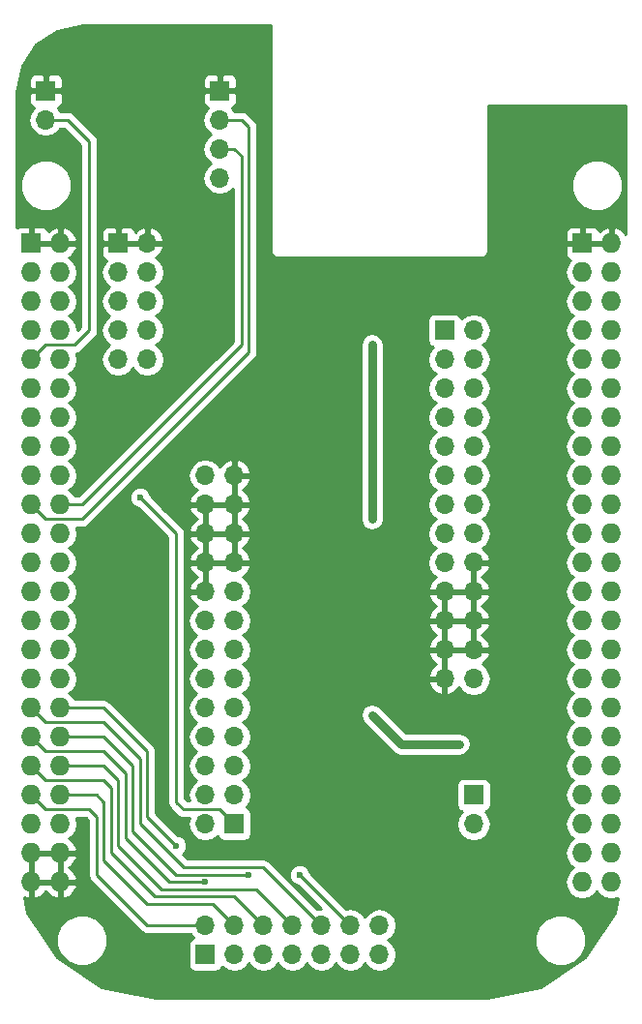
<source format=gbl>
G04 #@! TF.GenerationSoftware,KiCad,Pcbnew,no-vcs-found-ecdfa40~58~ubuntu16.04.1*
G04 #@! TF.CreationDate,2017-03-29T16:21:29+11:00*
G04 #@! TF.ProjectId,pp_cape_v02,70705F636170655F7630322E6B696361,0.2*
G04 #@! TF.FileFunction,Copper,L2,Bot,Signal*
G04 #@! TF.FilePolarity,Positive*
%FSLAX46Y46*%
G04 Gerber Fmt 4.6, Leading zero omitted, Abs format (unit mm)*
G04 Created by KiCad (PCBNEW no-vcs-found-ecdfa40~58~ubuntu16.04.1) date Wed Mar 29 16:21:29 2017*
%MOMM*%
%LPD*%
G01*
G04 APERTURE LIST*
%ADD10C,0.100000*%
%ADD11R,1.700000X1.700000*%
%ADD12O,1.700000X1.700000*%
%ADD13R,1.727200X1.727200*%
%ADD14O,1.727200X1.727200*%
%ADD15C,0.600000*%
%ADD16C,0.254000*%
%ADD17C,0.762000*%
G04 APERTURE END LIST*
D10*
D11*
X131610100Y-124612400D03*
D12*
X131610100Y-122072400D03*
X134150100Y-124612400D03*
X134150100Y-122072400D03*
X136690100Y-124612400D03*
X136690100Y-122072400D03*
X139230100Y-124612400D03*
X139230100Y-122072400D03*
X141770100Y-124612400D03*
X141770100Y-122072400D03*
X144310100Y-124612400D03*
X144310100Y-122072400D03*
X146850100Y-124612400D03*
X146850100Y-122072400D03*
X117640100Y-51587400D03*
D11*
X117640100Y-49047400D03*
X155105100Y-110642400D03*
D12*
X155105100Y-113182400D03*
D13*
X164630100Y-62382400D03*
D14*
X167170100Y-62382400D03*
X164630100Y-64922400D03*
X167170100Y-64922400D03*
X164630100Y-67462400D03*
X167170100Y-67462400D03*
X164630100Y-70002400D03*
X167170100Y-70002400D03*
X164630100Y-72542400D03*
X167170100Y-72542400D03*
X164630100Y-75082400D03*
X167170100Y-75082400D03*
X164630100Y-77622400D03*
X167170100Y-77622400D03*
X164630100Y-80162400D03*
X167170100Y-80162400D03*
X164630100Y-82702400D03*
X167170100Y-82702400D03*
X164630100Y-85242400D03*
X167170100Y-85242400D03*
X164630100Y-87782400D03*
X167170100Y-87782400D03*
X164630100Y-90322400D03*
X167170100Y-90322400D03*
X164630100Y-92862400D03*
X167170100Y-92862400D03*
X164630100Y-95402400D03*
X167170100Y-95402400D03*
X164630100Y-97942400D03*
X167170100Y-97942400D03*
X164630100Y-100482400D03*
X167170100Y-100482400D03*
X164630100Y-103022400D03*
X167170100Y-103022400D03*
X164630100Y-105562400D03*
X167170100Y-105562400D03*
X164630100Y-108102400D03*
X167170100Y-108102400D03*
X164630100Y-110642400D03*
X167170100Y-110642400D03*
X164630100Y-113182400D03*
X167170100Y-113182400D03*
X164630100Y-115722400D03*
X167170100Y-115722400D03*
X164630100Y-118262400D03*
X167170100Y-118262400D03*
D13*
X116370100Y-62382400D03*
D14*
X118910100Y-62382400D03*
X116370100Y-64922400D03*
X118910100Y-64922400D03*
X116370100Y-67462400D03*
X118910100Y-67462400D03*
X116370100Y-70002400D03*
X118910100Y-70002400D03*
X116370100Y-72542400D03*
X118910100Y-72542400D03*
X116370100Y-75082400D03*
X118910100Y-75082400D03*
X116370100Y-77622400D03*
X118910100Y-77622400D03*
X116370100Y-80162400D03*
X118910100Y-80162400D03*
X116370100Y-82702400D03*
X118910100Y-82702400D03*
X116370100Y-85242400D03*
X118910100Y-85242400D03*
X116370100Y-87782400D03*
X118910100Y-87782400D03*
X116370100Y-90322400D03*
X118910100Y-90322400D03*
X116370100Y-92862400D03*
X118910100Y-92862400D03*
X116370100Y-95402400D03*
X118910100Y-95402400D03*
X116370100Y-97942400D03*
X118910100Y-97942400D03*
X116370100Y-100482400D03*
X118910100Y-100482400D03*
X116370100Y-103022400D03*
X118910100Y-103022400D03*
X116370100Y-105562400D03*
X118910100Y-105562400D03*
X116370100Y-108102400D03*
X118910100Y-108102400D03*
X116370100Y-110642400D03*
X118910100Y-110642400D03*
X116370100Y-113182400D03*
X118910100Y-113182400D03*
X116370100Y-115722400D03*
X118910100Y-115722400D03*
X116370100Y-118262400D03*
X118910100Y-118262400D03*
D12*
X131610100Y-82702400D03*
X134150100Y-82702400D03*
X131610100Y-85242400D03*
X134150100Y-85242400D03*
X131610100Y-87782400D03*
X134150100Y-87782400D03*
X131610100Y-90322400D03*
X134150100Y-90322400D03*
X131610100Y-92862400D03*
X134150100Y-92862400D03*
X131610100Y-95402400D03*
X134150100Y-95402400D03*
X131610100Y-97942400D03*
X134150100Y-97942400D03*
X131610100Y-100482400D03*
X134150100Y-100482400D03*
X131610100Y-103022400D03*
X134150100Y-103022400D03*
X131610100Y-105562400D03*
X134150100Y-105562400D03*
X131610100Y-108102400D03*
X134150100Y-108102400D03*
X131610100Y-110642400D03*
X134150100Y-110642400D03*
X131610100Y-113182400D03*
D11*
X134150100Y-113182400D03*
X152565100Y-70002400D03*
D12*
X155105100Y-70002400D03*
X152565100Y-72542400D03*
X155105100Y-72542400D03*
X152565100Y-75082400D03*
X155105100Y-75082400D03*
X152565100Y-77622400D03*
X155105100Y-77622400D03*
X152565100Y-80162400D03*
X155105100Y-80162400D03*
X152565100Y-82702400D03*
X155105100Y-82702400D03*
X152565100Y-85242400D03*
X155105100Y-85242400D03*
X152565100Y-87782400D03*
X155105100Y-87782400D03*
X152565100Y-90322400D03*
X155105100Y-90322400D03*
X152565100Y-92862400D03*
X155105100Y-92862400D03*
X152565100Y-95402400D03*
X155105100Y-95402400D03*
X152565100Y-97942400D03*
X155105100Y-97942400D03*
X152565100Y-100482400D03*
X155105100Y-100482400D03*
X126530100Y-72542400D03*
X123990100Y-72542400D03*
X126530100Y-70002400D03*
X123990100Y-70002400D03*
X126530100Y-67462400D03*
X123990100Y-67462400D03*
X126530100Y-64922400D03*
X123990100Y-64922400D03*
X126530100Y-62382400D03*
D11*
X123990100Y-62382400D03*
D12*
X132880100Y-56667400D03*
X132880100Y-54127400D03*
X132880100Y-51587400D03*
D11*
X132880100Y-49047400D03*
D15*
X125895100Y-84607400D03*
X146215100Y-103657400D03*
X146215100Y-86512400D03*
X146215100Y-71272400D03*
X153835100Y-106197400D03*
X129070100Y-115087400D03*
X131610100Y-118262400D03*
X139865100Y-117627400D03*
X135420100Y-117627400D03*
D16*
X117640100Y-51587400D02*
X119545100Y-51587400D01*
X121450100Y-53492400D02*
X121450100Y-59207400D01*
X119545100Y-51587400D02*
X121450100Y-53492400D01*
X116370100Y-72542400D02*
X117640100Y-71272400D01*
X121450100Y-70002400D02*
X121450100Y-59207400D01*
X120180100Y-71272400D02*
X121450100Y-70002400D01*
X117640100Y-71272400D02*
X120180100Y-71272400D01*
X132880100Y-111912400D02*
X129705100Y-111912400D01*
X129705100Y-111912400D02*
X129070100Y-111277400D01*
X129070100Y-111277400D02*
X129070100Y-87782400D01*
X132880100Y-111912400D02*
X134150100Y-113182400D01*
X125895100Y-84607400D02*
X129070100Y-87782400D01*
D17*
X146215100Y-103657400D02*
X148755100Y-106197400D01*
X146215100Y-71272400D02*
X146215100Y-86512400D01*
X153835100Y-106197400D02*
X148755100Y-106197400D01*
D16*
X134150100Y-54127400D02*
X134785100Y-54762400D01*
X134785100Y-54762400D02*
X134785100Y-71272400D01*
X132880100Y-54127400D02*
X134150100Y-54127400D01*
X121450100Y-84607400D02*
X120815100Y-85242400D01*
X134785100Y-71272400D02*
X121450100Y-84607400D01*
X120815100Y-85242400D02*
X118910100Y-85242400D01*
X135420100Y-71907400D02*
X135420100Y-54127400D01*
X120815100Y-86512400D02*
X135420100Y-71907400D01*
X117640100Y-86512400D02*
X120815100Y-86512400D01*
X134785100Y-51587400D02*
X132880100Y-51587400D01*
X135420100Y-52222400D02*
X134785100Y-51587400D01*
X135420100Y-54127400D02*
X135420100Y-52222400D01*
X116370100Y-85242400D02*
X117640100Y-86512400D01*
X122720100Y-103022400D02*
X126530100Y-106832400D01*
X126530100Y-106832400D02*
X126530100Y-112547400D01*
X122720100Y-103022400D02*
X118910100Y-103022400D01*
X129070100Y-115087400D02*
X126530100Y-112547400D01*
X122085100Y-117627400D02*
X122085100Y-112547400D01*
X121450100Y-111912400D02*
X120815100Y-111912400D01*
X122085100Y-112547400D02*
X121450100Y-111912400D01*
X116370100Y-110642400D02*
X117640100Y-111912400D01*
X126530100Y-122072400D02*
X131610100Y-122072400D01*
X122085100Y-117627400D02*
X126530100Y-122072400D01*
X117640100Y-111912400D02*
X120815100Y-111912400D01*
X122720100Y-116357400D02*
X122720100Y-111277400D01*
X122085100Y-110642400D02*
X121450100Y-110642400D01*
X122720100Y-111277400D02*
X122085100Y-110642400D01*
X118910100Y-110642400D02*
X121450100Y-110642400D01*
X132245100Y-120167400D02*
X134150100Y-122072400D01*
X126530100Y-120167400D02*
X132245100Y-120167400D01*
X122720100Y-116357400D02*
X126530100Y-120167400D01*
X123355100Y-115722400D02*
X123355100Y-110007400D01*
X122720100Y-109372400D02*
X121450100Y-109372400D01*
X123355100Y-110007400D02*
X122720100Y-109372400D01*
X116370100Y-108102400D02*
X117640100Y-109372400D01*
X134150100Y-119532400D02*
X136690100Y-122072400D01*
X127165100Y-119532400D02*
X134150100Y-119532400D01*
X123355100Y-115722400D02*
X127165100Y-119532400D01*
X117640100Y-109372400D02*
X121450100Y-109372400D01*
X123990100Y-115087400D02*
X123990100Y-109372400D01*
X122720100Y-108102400D02*
X121450100Y-108102400D01*
X123990100Y-109372400D02*
X122720100Y-108102400D01*
X118910100Y-108102400D02*
X121450100Y-108102400D01*
X136055100Y-118897400D02*
X139230100Y-122072400D01*
X127800100Y-118897400D02*
X136055100Y-118897400D01*
X123990100Y-115087400D02*
X127800100Y-118897400D01*
X125895100Y-113182400D02*
X125895100Y-107467400D01*
X122720100Y-104292400D02*
X121450100Y-104292400D01*
X125895100Y-107467400D02*
X122720100Y-104292400D01*
X116370100Y-103022400D02*
X117640100Y-104292400D01*
X136690100Y-116992400D02*
X141770100Y-122072400D01*
X129705100Y-116992400D02*
X136690100Y-116992400D01*
X125895100Y-113182400D02*
X129705100Y-116992400D01*
X117640100Y-104292400D02*
X121450100Y-104292400D01*
X122720100Y-106832400D02*
X121450100Y-106832400D01*
X116370100Y-105562400D02*
X117640100Y-106832400D01*
X117640100Y-106832400D02*
X121450100Y-106832400D01*
X124625100Y-114452400D02*
X124625100Y-108737400D01*
X124625100Y-108737400D02*
X122720100Y-106832400D01*
X131610100Y-118262400D02*
X128435100Y-118262400D01*
X124625100Y-114452400D02*
X128435100Y-118262400D01*
X143675100Y-121437400D02*
X139865100Y-117627400D01*
X143675100Y-121437400D02*
X144310100Y-122072400D01*
X125260100Y-113817400D02*
X125260100Y-108102400D01*
X122720100Y-105562400D02*
X121450100Y-105562400D01*
X125260100Y-108102400D02*
X122720100Y-105562400D01*
X125260100Y-113817400D02*
X129070100Y-117627400D01*
X118910100Y-105562400D02*
X121450100Y-105562400D01*
X129070100Y-117627400D02*
X135420100Y-117627400D01*
G36*
X137323830Y-63017400D02*
X137372263Y-63260890D01*
X137510189Y-63467311D01*
X137716610Y-63605237D01*
X137960100Y-63653670D01*
X155740100Y-63653670D01*
X155983590Y-63605237D01*
X156190011Y-63467311D01*
X156327937Y-63260890D01*
X156376370Y-63017400D01*
X156376370Y-61392490D01*
X163131500Y-61392490D01*
X163131500Y-62096650D01*
X163290250Y-62255400D01*
X164503100Y-62255400D01*
X164503100Y-61042550D01*
X164757100Y-61042550D01*
X164757100Y-62255400D01*
X167043100Y-62255400D01*
X167043100Y-61047931D01*
X166811073Y-60927432D01*
X166281610Y-61175579D01*
X166114629Y-61358519D01*
X166032027Y-61159101D01*
X165853398Y-60980473D01*
X165620009Y-60883800D01*
X164915850Y-60883800D01*
X164757100Y-61042550D01*
X164503100Y-61042550D01*
X164344350Y-60883800D01*
X163640191Y-60883800D01*
X163406802Y-60980473D01*
X163228173Y-61159101D01*
X163131500Y-61392490D01*
X156376370Y-61392490D01*
X156376370Y-57745019D01*
X163664713Y-57745019D01*
X164004255Y-58566772D01*
X164632421Y-59196036D01*
X165453581Y-59537011D01*
X166342719Y-59537787D01*
X167164472Y-59198245D01*
X167793736Y-58570079D01*
X168134711Y-57748919D01*
X168135487Y-56859781D01*
X167795945Y-56038028D01*
X167167779Y-55408764D01*
X166346619Y-55067789D01*
X165457481Y-55067013D01*
X164635728Y-55406555D01*
X164006464Y-56034721D01*
X163665489Y-56855881D01*
X163664713Y-57745019D01*
X156376370Y-57745019D01*
X156376370Y-50318670D01*
X168438830Y-50318670D01*
X168438830Y-61592161D01*
X168058590Y-61175579D01*
X167529127Y-60927432D01*
X167297100Y-61047931D01*
X167297100Y-62255400D01*
X167317100Y-62255400D01*
X167317100Y-62509400D01*
X167297100Y-62509400D01*
X167297100Y-62529400D01*
X167043100Y-62529400D01*
X167043100Y-62509400D01*
X164757100Y-62509400D01*
X164757100Y-62529400D01*
X164503100Y-62529400D01*
X164503100Y-62509400D01*
X163290250Y-62509400D01*
X163131500Y-62668150D01*
X163131500Y-63372310D01*
X163228173Y-63605699D01*
X163406802Y-63784327D01*
X163562123Y-63848663D01*
X163541071Y-63862730D01*
X163216215Y-64348911D01*
X163102141Y-64922400D01*
X163216215Y-65495889D01*
X163541071Y-65982070D01*
X163855852Y-66192400D01*
X163541071Y-66402730D01*
X163216215Y-66888911D01*
X163102141Y-67462400D01*
X163216215Y-68035889D01*
X163541071Y-68522070D01*
X163855852Y-68732400D01*
X163541071Y-68942730D01*
X163216215Y-69428911D01*
X163102141Y-70002400D01*
X163216215Y-70575889D01*
X163541071Y-71062070D01*
X163855852Y-71272400D01*
X163541071Y-71482730D01*
X163216215Y-71968911D01*
X163102141Y-72542400D01*
X163216215Y-73115889D01*
X163541071Y-73602070D01*
X163855852Y-73812400D01*
X163541071Y-74022730D01*
X163216215Y-74508911D01*
X163102141Y-75082400D01*
X163216215Y-75655889D01*
X163541071Y-76142070D01*
X163855852Y-76352400D01*
X163541071Y-76562730D01*
X163216215Y-77048911D01*
X163102141Y-77622400D01*
X163216215Y-78195889D01*
X163541071Y-78682070D01*
X163855852Y-78892400D01*
X163541071Y-79102730D01*
X163216215Y-79588911D01*
X163102141Y-80162400D01*
X163216215Y-80735889D01*
X163541071Y-81222070D01*
X163855852Y-81432400D01*
X163541071Y-81642730D01*
X163216215Y-82128911D01*
X163102141Y-82702400D01*
X163216215Y-83275889D01*
X163541071Y-83762070D01*
X163855852Y-83972400D01*
X163541071Y-84182730D01*
X163216215Y-84668911D01*
X163102141Y-85242400D01*
X163216215Y-85815889D01*
X163541071Y-86302070D01*
X163855852Y-86512400D01*
X163541071Y-86722730D01*
X163216215Y-87208911D01*
X163102141Y-87782400D01*
X163216215Y-88355889D01*
X163541071Y-88842070D01*
X163855852Y-89052400D01*
X163541071Y-89262730D01*
X163216215Y-89748911D01*
X163102141Y-90322400D01*
X163216215Y-90895889D01*
X163541071Y-91382070D01*
X163855852Y-91592400D01*
X163541071Y-91802730D01*
X163216215Y-92288911D01*
X163102141Y-92862400D01*
X163216215Y-93435889D01*
X163541071Y-93922070D01*
X163855852Y-94132400D01*
X163541071Y-94342730D01*
X163216215Y-94828911D01*
X163102141Y-95402400D01*
X163216215Y-95975889D01*
X163541071Y-96462070D01*
X163855852Y-96672400D01*
X163541071Y-96882730D01*
X163216215Y-97368911D01*
X163102141Y-97942400D01*
X163216215Y-98515889D01*
X163541071Y-99002070D01*
X163855852Y-99212400D01*
X163541071Y-99422730D01*
X163216215Y-99908911D01*
X163102141Y-100482400D01*
X163216215Y-101055889D01*
X163541071Y-101542070D01*
X163855852Y-101752400D01*
X163541071Y-101962730D01*
X163216215Y-102448911D01*
X163102141Y-103022400D01*
X163216215Y-103595889D01*
X163541071Y-104082070D01*
X163855852Y-104292400D01*
X163541071Y-104502730D01*
X163216215Y-104988911D01*
X163102141Y-105562400D01*
X163216215Y-106135889D01*
X163541071Y-106622070D01*
X163855852Y-106832400D01*
X163541071Y-107042730D01*
X163216215Y-107528911D01*
X163102141Y-108102400D01*
X163216215Y-108675889D01*
X163541071Y-109162070D01*
X163855852Y-109372400D01*
X163541071Y-109582730D01*
X163216215Y-110068911D01*
X163102141Y-110642400D01*
X163216215Y-111215889D01*
X163541071Y-111702070D01*
X163855852Y-111912400D01*
X163541071Y-112122730D01*
X163216215Y-112608911D01*
X163102141Y-113182400D01*
X163216215Y-113755889D01*
X163541071Y-114242070D01*
X163855852Y-114452400D01*
X163541071Y-114662730D01*
X163216215Y-115148911D01*
X163102141Y-115722400D01*
X163216215Y-116295889D01*
X163541071Y-116782070D01*
X163855852Y-116992400D01*
X163541071Y-117202730D01*
X163216215Y-117688911D01*
X163102141Y-118262400D01*
X163216215Y-118835889D01*
X163541071Y-119322070D01*
X164027252Y-119646926D01*
X164600741Y-119761000D01*
X164659459Y-119761000D01*
X165232948Y-119646926D01*
X165719129Y-119322070D01*
X165900100Y-119051228D01*
X166081071Y-119322070D01*
X166567252Y-119646926D01*
X167140741Y-119761000D01*
X167199459Y-119761000D01*
X167772000Y-119647115D01*
X167509017Y-120969219D01*
X164896631Y-124878931D01*
X160986919Y-127491317D01*
X156312434Y-128421130D01*
X127227767Y-128421130D01*
X122553281Y-127491317D01*
X118643569Y-124878931D01*
X117912641Y-123785019D01*
X118579713Y-123785019D01*
X118919255Y-124606772D01*
X119547421Y-125236036D01*
X120368581Y-125577011D01*
X121257719Y-125577787D01*
X122079472Y-125238245D01*
X122708736Y-124610079D01*
X123049711Y-123788919D01*
X123050487Y-122899781D01*
X122710945Y-122078028D01*
X122082779Y-121448764D01*
X121261619Y-121107789D01*
X120372481Y-121107013D01*
X119550728Y-121446555D01*
X118921464Y-122074721D01*
X118580489Y-122895881D01*
X118579713Y-123785019D01*
X117912641Y-123785019D01*
X116031183Y-120969219D01*
X115758641Y-119599059D01*
X116011073Y-119717368D01*
X116243100Y-119596869D01*
X116243100Y-118389400D01*
X116497100Y-118389400D01*
X116497100Y-119596869D01*
X116729127Y-119717368D01*
X117258590Y-119469221D01*
X117640100Y-119051248D01*
X118021610Y-119469221D01*
X118551073Y-119717368D01*
X118783100Y-119596869D01*
X118783100Y-118389400D01*
X119037100Y-118389400D01*
X119037100Y-119596869D01*
X119269127Y-119717368D01*
X119798590Y-119469221D01*
X120192788Y-119037347D01*
X120365058Y-118621426D01*
X120243917Y-118389400D01*
X119037100Y-118389400D01*
X118783100Y-118389400D01*
X116497100Y-118389400D01*
X116243100Y-118389400D01*
X116223100Y-118389400D01*
X116223100Y-118135400D01*
X116243100Y-118135400D01*
X116243100Y-115849400D01*
X116497100Y-115849400D01*
X116497100Y-118135400D01*
X118783100Y-118135400D01*
X118783100Y-115849400D01*
X119037100Y-115849400D01*
X119037100Y-118135400D01*
X120243917Y-118135400D01*
X120365058Y-117903374D01*
X120192788Y-117487453D01*
X119798590Y-117055579D01*
X119663787Y-116992400D01*
X119798590Y-116929221D01*
X120192788Y-116497347D01*
X120365058Y-116081426D01*
X120243917Y-115849400D01*
X119037100Y-115849400D01*
X118783100Y-115849400D01*
X116497100Y-115849400D01*
X116243100Y-115849400D01*
X116223100Y-115849400D01*
X116223100Y-115595400D01*
X116243100Y-115595400D01*
X116243100Y-115575400D01*
X116497100Y-115575400D01*
X116497100Y-115595400D01*
X118783100Y-115595400D01*
X118783100Y-115575400D01*
X119037100Y-115575400D01*
X119037100Y-115595400D01*
X120243917Y-115595400D01*
X120365058Y-115363374D01*
X120192788Y-114947453D01*
X119798590Y-114515579D01*
X119675872Y-114458064D01*
X119999129Y-114242070D01*
X120323985Y-113755889D01*
X120438059Y-113182400D01*
X120337012Y-112674400D01*
X121134470Y-112674400D01*
X121323100Y-112863031D01*
X121323100Y-117627400D01*
X121381104Y-117919005D01*
X121546285Y-118166215D01*
X125991284Y-122611215D01*
X126078930Y-122669778D01*
X126238495Y-122776396D01*
X126530100Y-122834400D01*
X130348136Y-122834400D01*
X130560046Y-123151547D01*
X130563743Y-123154017D01*
X130512335Y-123164243D01*
X130302291Y-123304591D01*
X130161943Y-123514635D01*
X130112660Y-123762400D01*
X130112660Y-125462400D01*
X130161943Y-125710165D01*
X130302291Y-125920209D01*
X130512335Y-126060557D01*
X130760100Y-126109840D01*
X132460100Y-126109840D01*
X132707865Y-126060557D01*
X132917909Y-125920209D01*
X133058257Y-125710165D01*
X133070697Y-125647623D01*
X133100046Y-125691547D01*
X133581815Y-126013454D01*
X134150100Y-126126493D01*
X134718385Y-126013454D01*
X135200154Y-125691547D01*
X135420100Y-125362374D01*
X135640046Y-125691547D01*
X136121815Y-126013454D01*
X136690100Y-126126493D01*
X137258385Y-126013454D01*
X137740154Y-125691547D01*
X137960100Y-125362374D01*
X138180046Y-125691547D01*
X138661815Y-126013454D01*
X139230100Y-126126493D01*
X139798385Y-126013454D01*
X140280154Y-125691547D01*
X140500100Y-125362374D01*
X140720046Y-125691547D01*
X141201815Y-126013454D01*
X141770100Y-126126493D01*
X142338385Y-126013454D01*
X142820154Y-125691547D01*
X143040100Y-125362374D01*
X143260046Y-125691547D01*
X143741815Y-126013454D01*
X144310100Y-126126493D01*
X144878385Y-126013454D01*
X145360154Y-125691547D01*
X145580100Y-125362374D01*
X145800046Y-125691547D01*
X146281815Y-126013454D01*
X146850100Y-126126493D01*
X147418385Y-126013454D01*
X147900154Y-125691547D01*
X148222061Y-125209778D01*
X148335100Y-124641493D01*
X148335100Y-124583307D01*
X148222061Y-124015022D01*
X148068379Y-123785019D01*
X160489713Y-123785019D01*
X160829255Y-124606772D01*
X161457421Y-125236036D01*
X162278581Y-125577011D01*
X163167719Y-125577787D01*
X163989472Y-125238245D01*
X164618736Y-124610079D01*
X164959711Y-123788919D01*
X164960487Y-122899781D01*
X164620945Y-122078028D01*
X163992779Y-121448764D01*
X163171619Y-121107789D01*
X162282481Y-121107013D01*
X161460728Y-121446555D01*
X160831464Y-122074721D01*
X160490489Y-122895881D01*
X160489713Y-123785019D01*
X148068379Y-123785019D01*
X147900154Y-123533253D01*
X147614522Y-123342400D01*
X147900154Y-123151547D01*
X148222061Y-122669778D01*
X148335100Y-122101493D01*
X148335100Y-122043307D01*
X148222061Y-121475022D01*
X147900154Y-120993253D01*
X147418385Y-120671346D01*
X146850100Y-120558307D01*
X146281815Y-120671346D01*
X145800046Y-120993253D01*
X145580100Y-121322426D01*
X145360154Y-120993253D01*
X144878385Y-120671346D01*
X144310100Y-120558307D01*
X143946052Y-120630721D01*
X140800225Y-117484895D01*
X140800262Y-117442233D01*
X140658217Y-117098457D01*
X140395427Y-116835208D01*
X140051899Y-116692562D01*
X139679933Y-116692238D01*
X139336157Y-116834283D01*
X139072908Y-117097073D01*
X138930262Y-117440601D01*
X138929938Y-117812567D01*
X139071983Y-118156343D01*
X139334773Y-118419592D01*
X139678301Y-118562238D01*
X139722346Y-118562276D01*
X141726958Y-120566889D01*
X141406051Y-120630721D01*
X137228915Y-116453585D01*
X137084964Y-116357400D01*
X136981705Y-116288404D01*
X136690100Y-116230400D01*
X130020731Y-116230400D01*
X129634977Y-115844646D01*
X129862292Y-115617727D01*
X130004938Y-115274199D01*
X130005262Y-114902233D01*
X129863217Y-114558457D01*
X129600427Y-114295208D01*
X129256899Y-114152562D01*
X129212854Y-114152524D01*
X127292100Y-112231770D01*
X127292100Y-106832400D01*
X127234096Y-106540795D01*
X127128371Y-106382567D01*
X127068916Y-106293585D01*
X123258915Y-102483585D01*
X123207022Y-102448911D01*
X123011705Y-102318404D01*
X122720100Y-102260400D01*
X120198026Y-102260400D01*
X119999129Y-101962730D01*
X119684348Y-101752400D01*
X119999129Y-101542070D01*
X120323985Y-101055889D01*
X120438059Y-100482400D01*
X120323985Y-99908911D01*
X119999129Y-99422730D01*
X119684348Y-99212400D01*
X119999129Y-99002070D01*
X120323985Y-98515889D01*
X120438059Y-97942400D01*
X120323985Y-97368911D01*
X119999129Y-96882730D01*
X119684348Y-96672400D01*
X119999129Y-96462070D01*
X120323985Y-95975889D01*
X120438059Y-95402400D01*
X120323985Y-94828911D01*
X119999129Y-94342730D01*
X119684348Y-94132400D01*
X119999129Y-93922070D01*
X120323985Y-93435889D01*
X120438059Y-92862400D01*
X120323985Y-92288911D01*
X119999129Y-91802730D01*
X119684348Y-91592400D01*
X119999129Y-91382070D01*
X120323985Y-90895889D01*
X120438059Y-90322400D01*
X120323985Y-89748911D01*
X119999129Y-89262730D01*
X119684348Y-89052400D01*
X119999129Y-88842070D01*
X120323985Y-88355889D01*
X120438059Y-87782400D01*
X120337012Y-87274400D01*
X120815100Y-87274400D01*
X121106705Y-87216396D01*
X121353915Y-87051215D01*
X123612563Y-84792567D01*
X124959938Y-84792567D01*
X125101983Y-85136343D01*
X125364773Y-85399592D01*
X125708301Y-85542238D01*
X125752346Y-85542276D01*
X128308100Y-88098030D01*
X128308100Y-111277400D01*
X128366104Y-111569005D01*
X128476513Y-111734243D01*
X128531285Y-111816215D01*
X129166285Y-112451216D01*
X129314477Y-112550234D01*
X129413495Y-112616396D01*
X129705100Y-112674400D01*
X130197055Y-112674400D01*
X130096007Y-113182400D01*
X130209046Y-113750685D01*
X130530953Y-114232454D01*
X131012722Y-114554361D01*
X131581007Y-114667400D01*
X131639193Y-114667400D01*
X132207478Y-114554361D01*
X132689247Y-114232454D01*
X132691717Y-114228757D01*
X132701943Y-114280165D01*
X132842291Y-114490209D01*
X133052335Y-114630557D01*
X133300100Y-114679840D01*
X135000100Y-114679840D01*
X135247865Y-114630557D01*
X135457909Y-114490209D01*
X135598257Y-114280165D01*
X135647540Y-114032400D01*
X135647540Y-113182400D01*
X153591007Y-113182400D01*
X153704046Y-113750685D01*
X154025953Y-114232454D01*
X154507722Y-114554361D01*
X155076007Y-114667400D01*
X155134193Y-114667400D01*
X155702478Y-114554361D01*
X156184247Y-114232454D01*
X156506154Y-113750685D01*
X156619193Y-113182400D01*
X156506154Y-112614115D01*
X156184247Y-112132346D01*
X156140323Y-112102997D01*
X156202865Y-112090557D01*
X156412909Y-111950209D01*
X156553257Y-111740165D01*
X156602540Y-111492400D01*
X156602540Y-109792400D01*
X156553257Y-109544635D01*
X156412909Y-109334591D01*
X156202865Y-109194243D01*
X155955100Y-109144960D01*
X154255100Y-109144960D01*
X154007335Y-109194243D01*
X153797291Y-109334591D01*
X153656943Y-109544635D01*
X153607660Y-109792400D01*
X153607660Y-111492400D01*
X153656943Y-111740165D01*
X153797291Y-111950209D01*
X154007335Y-112090557D01*
X154069877Y-112102997D01*
X154025953Y-112132346D01*
X153704046Y-112614115D01*
X153591007Y-113182400D01*
X135647540Y-113182400D01*
X135647540Y-112332400D01*
X135598257Y-112084635D01*
X135457909Y-111874591D01*
X135247865Y-111734243D01*
X135185323Y-111721803D01*
X135229247Y-111692454D01*
X135551154Y-111210685D01*
X135664193Y-110642400D01*
X135551154Y-110074115D01*
X135229247Y-109592346D01*
X134900074Y-109372400D01*
X135229247Y-109152454D01*
X135551154Y-108670685D01*
X135664193Y-108102400D01*
X135551154Y-107534115D01*
X135229247Y-107052346D01*
X134900074Y-106832400D01*
X135229247Y-106612454D01*
X135551154Y-106130685D01*
X135664193Y-105562400D01*
X135551154Y-104994115D01*
X135229247Y-104512346D01*
X134900074Y-104292400D01*
X135229247Y-104072454D01*
X135506576Y-103657400D01*
X145199101Y-103657400D01*
X145276438Y-104046207D01*
X145496680Y-104375820D01*
X148036679Y-106915820D01*
X148241005Y-107052346D01*
X148366294Y-107136062D01*
X148755100Y-107213400D01*
X153835100Y-107213400D01*
X154223906Y-107136062D01*
X154553520Y-106915820D01*
X154773762Y-106586206D01*
X154851100Y-106197400D01*
X154773762Y-105808594D01*
X154553520Y-105478980D01*
X154223906Y-105258738D01*
X153835100Y-105181400D01*
X149175941Y-105181400D01*
X146933520Y-102938980D01*
X146603907Y-102718738D01*
X146215100Y-102641401D01*
X145826293Y-102718738D01*
X145496680Y-102938980D01*
X145276438Y-103268593D01*
X145199101Y-103657400D01*
X135506576Y-103657400D01*
X135551154Y-103590685D01*
X135664193Y-103022400D01*
X135551154Y-102454115D01*
X135229247Y-101972346D01*
X134900074Y-101752400D01*
X135229247Y-101532454D01*
X135551154Y-101050685D01*
X135593203Y-100839290D01*
X151123624Y-100839290D01*
X151293455Y-101249324D01*
X151683742Y-101677583D01*
X152208208Y-101923886D01*
X152438100Y-101803219D01*
X152438100Y-100609400D01*
X151244945Y-100609400D01*
X151123624Y-100839290D01*
X135593203Y-100839290D01*
X135664193Y-100482400D01*
X135551154Y-99914115D01*
X135229247Y-99432346D01*
X134900074Y-99212400D01*
X135229247Y-98992454D01*
X135551154Y-98510685D01*
X135593203Y-98299290D01*
X151123624Y-98299290D01*
X151293455Y-98709324D01*
X151683742Y-99137583D01*
X151843054Y-99212400D01*
X151683742Y-99287217D01*
X151293455Y-99715476D01*
X151123624Y-100125510D01*
X151244945Y-100355400D01*
X152438100Y-100355400D01*
X152438100Y-98069400D01*
X152692100Y-98069400D01*
X152692100Y-100355400D01*
X152712100Y-100355400D01*
X152712100Y-100609400D01*
X152692100Y-100609400D01*
X152692100Y-101803219D01*
X152921992Y-101923886D01*
X153446458Y-101677583D01*
X153836745Y-101249324D01*
X153836755Y-101249299D01*
X154025953Y-101532454D01*
X154507722Y-101854361D01*
X155076007Y-101967400D01*
X155134193Y-101967400D01*
X155702478Y-101854361D01*
X156184247Y-101532454D01*
X156506154Y-101050685D01*
X156619193Y-100482400D01*
X156506154Y-99914115D01*
X156184247Y-99432346D01*
X155843547Y-99204698D01*
X155986458Y-99137583D01*
X156376745Y-98709324D01*
X156546576Y-98299290D01*
X156425255Y-98069400D01*
X155232100Y-98069400D01*
X155232100Y-98089400D01*
X154978100Y-98089400D01*
X154978100Y-98069400D01*
X152692100Y-98069400D01*
X152438100Y-98069400D01*
X151244945Y-98069400D01*
X151123624Y-98299290D01*
X135593203Y-98299290D01*
X135664193Y-97942400D01*
X135551154Y-97374115D01*
X135229247Y-96892346D01*
X134900074Y-96672400D01*
X135229247Y-96452454D01*
X135551154Y-95970685D01*
X135593203Y-95759290D01*
X151123624Y-95759290D01*
X151293455Y-96169324D01*
X151683742Y-96597583D01*
X151843054Y-96672400D01*
X151683742Y-96747217D01*
X151293455Y-97175476D01*
X151123624Y-97585510D01*
X151244945Y-97815400D01*
X152438100Y-97815400D01*
X152438100Y-95529400D01*
X152692100Y-95529400D01*
X152692100Y-97815400D01*
X154978100Y-97815400D01*
X154978100Y-95529400D01*
X155232100Y-95529400D01*
X155232100Y-97815400D01*
X156425255Y-97815400D01*
X156546576Y-97585510D01*
X156376745Y-97175476D01*
X155986458Y-96747217D01*
X155827146Y-96672400D01*
X155986458Y-96597583D01*
X156376745Y-96169324D01*
X156546576Y-95759290D01*
X156425255Y-95529400D01*
X155232100Y-95529400D01*
X154978100Y-95529400D01*
X152692100Y-95529400D01*
X152438100Y-95529400D01*
X151244945Y-95529400D01*
X151123624Y-95759290D01*
X135593203Y-95759290D01*
X135664193Y-95402400D01*
X135551154Y-94834115D01*
X135229247Y-94352346D01*
X134900074Y-94132400D01*
X135229247Y-93912454D01*
X135551154Y-93430685D01*
X135593203Y-93219290D01*
X151123624Y-93219290D01*
X151293455Y-93629324D01*
X151683742Y-94057583D01*
X151843054Y-94132400D01*
X151683742Y-94207217D01*
X151293455Y-94635476D01*
X151123624Y-95045510D01*
X151244945Y-95275400D01*
X152438100Y-95275400D01*
X152438100Y-92989400D01*
X152692100Y-92989400D01*
X152692100Y-95275400D01*
X154978100Y-95275400D01*
X154978100Y-92989400D01*
X155232100Y-92989400D01*
X155232100Y-95275400D01*
X156425255Y-95275400D01*
X156546576Y-95045510D01*
X156376745Y-94635476D01*
X155986458Y-94207217D01*
X155827146Y-94132400D01*
X155986458Y-94057583D01*
X156376745Y-93629324D01*
X156546576Y-93219290D01*
X156425255Y-92989400D01*
X155232100Y-92989400D01*
X154978100Y-92989400D01*
X152692100Y-92989400D01*
X152438100Y-92989400D01*
X151244945Y-92989400D01*
X151123624Y-93219290D01*
X135593203Y-93219290D01*
X135664193Y-92862400D01*
X135551154Y-92294115D01*
X135229247Y-91812346D01*
X134888547Y-91584698D01*
X135031458Y-91517583D01*
X135421745Y-91089324D01*
X135591576Y-90679290D01*
X135470255Y-90449400D01*
X134277100Y-90449400D01*
X134277100Y-90469400D01*
X134023100Y-90469400D01*
X134023100Y-90449400D01*
X131737100Y-90449400D01*
X131737100Y-92735400D01*
X131757100Y-92735400D01*
X131757100Y-92989400D01*
X131737100Y-92989400D01*
X131737100Y-93009400D01*
X131483100Y-93009400D01*
X131483100Y-92989400D01*
X130289945Y-92989400D01*
X130168624Y-93219290D01*
X130338455Y-93629324D01*
X130728742Y-94057583D01*
X130871653Y-94124698D01*
X130530953Y-94352346D01*
X130209046Y-94834115D01*
X130096007Y-95402400D01*
X130209046Y-95970685D01*
X130530953Y-96452454D01*
X130860126Y-96672400D01*
X130530953Y-96892346D01*
X130209046Y-97374115D01*
X130096007Y-97942400D01*
X130209046Y-98510685D01*
X130530953Y-98992454D01*
X130860126Y-99212400D01*
X130530953Y-99432346D01*
X130209046Y-99914115D01*
X130096007Y-100482400D01*
X130209046Y-101050685D01*
X130530953Y-101532454D01*
X130860126Y-101752400D01*
X130530953Y-101972346D01*
X130209046Y-102454115D01*
X130096007Y-103022400D01*
X130209046Y-103590685D01*
X130530953Y-104072454D01*
X130860126Y-104292400D01*
X130530953Y-104512346D01*
X130209046Y-104994115D01*
X130096007Y-105562400D01*
X130209046Y-106130685D01*
X130530953Y-106612454D01*
X130860126Y-106832400D01*
X130530953Y-107052346D01*
X130209046Y-107534115D01*
X130096007Y-108102400D01*
X130209046Y-108670685D01*
X130530953Y-109152454D01*
X130860126Y-109372400D01*
X130530953Y-109592346D01*
X130209046Y-110074115D01*
X130096007Y-110642400D01*
X130197055Y-111150400D01*
X130020731Y-111150400D01*
X129832100Y-110961770D01*
X129832100Y-90679290D01*
X130168624Y-90679290D01*
X130338455Y-91089324D01*
X130728742Y-91517583D01*
X130888054Y-91592400D01*
X130728742Y-91667217D01*
X130338455Y-92095476D01*
X130168624Y-92505510D01*
X130289945Y-92735400D01*
X131483100Y-92735400D01*
X131483100Y-90449400D01*
X130289945Y-90449400D01*
X130168624Y-90679290D01*
X129832100Y-90679290D01*
X129832100Y-88139290D01*
X130168624Y-88139290D01*
X130338455Y-88549324D01*
X130728742Y-88977583D01*
X130888054Y-89052400D01*
X130728742Y-89127217D01*
X130338455Y-89555476D01*
X130168624Y-89965510D01*
X130289945Y-90195400D01*
X131483100Y-90195400D01*
X131483100Y-87909400D01*
X131737100Y-87909400D01*
X131737100Y-90195400D01*
X134023100Y-90195400D01*
X134023100Y-87909400D01*
X134277100Y-87909400D01*
X134277100Y-90195400D01*
X135470255Y-90195400D01*
X135591576Y-89965510D01*
X135421745Y-89555476D01*
X135031458Y-89127217D01*
X134872146Y-89052400D01*
X135031458Y-88977583D01*
X135421745Y-88549324D01*
X135591576Y-88139290D01*
X135470255Y-87909400D01*
X134277100Y-87909400D01*
X134023100Y-87909400D01*
X131737100Y-87909400D01*
X131483100Y-87909400D01*
X130289945Y-87909400D01*
X130168624Y-88139290D01*
X129832100Y-88139290D01*
X129832100Y-87782400D01*
X129774096Y-87490795D01*
X129608915Y-87243585D01*
X127964620Y-85599290D01*
X130168624Y-85599290D01*
X130338455Y-86009324D01*
X130728742Y-86437583D01*
X130888054Y-86512400D01*
X130728742Y-86587217D01*
X130338455Y-87015476D01*
X130168624Y-87425510D01*
X130289945Y-87655400D01*
X131483100Y-87655400D01*
X131483100Y-85369400D01*
X131737100Y-85369400D01*
X131737100Y-87655400D01*
X134023100Y-87655400D01*
X134023100Y-85369400D01*
X134277100Y-85369400D01*
X134277100Y-87655400D01*
X135470255Y-87655400D01*
X135591576Y-87425510D01*
X135421745Y-87015476D01*
X135031458Y-86587217D01*
X134872146Y-86512400D01*
X135031458Y-86437583D01*
X135421745Y-86009324D01*
X135591576Y-85599290D01*
X135470255Y-85369400D01*
X134277100Y-85369400D01*
X134023100Y-85369400D01*
X131737100Y-85369400D01*
X131483100Y-85369400D01*
X130289945Y-85369400D01*
X130168624Y-85599290D01*
X127964620Y-85599290D01*
X126830225Y-84464895D01*
X126830262Y-84422233D01*
X126688217Y-84078457D01*
X126425427Y-83815208D01*
X126081899Y-83672562D01*
X125709933Y-83672238D01*
X125366157Y-83814283D01*
X125102908Y-84077073D01*
X124960262Y-84420601D01*
X124959938Y-84792567D01*
X123612563Y-84792567D01*
X125702730Y-82702400D01*
X130096007Y-82702400D01*
X130209046Y-83270685D01*
X130530953Y-83752454D01*
X130871653Y-83980102D01*
X130728742Y-84047217D01*
X130338455Y-84475476D01*
X130168624Y-84885510D01*
X130289945Y-85115400D01*
X131483100Y-85115400D01*
X131483100Y-85095400D01*
X131737100Y-85095400D01*
X131737100Y-85115400D01*
X134023100Y-85115400D01*
X134023100Y-82829400D01*
X134277100Y-82829400D01*
X134277100Y-85115400D01*
X135470255Y-85115400D01*
X135591576Y-84885510D01*
X135421745Y-84475476D01*
X135031458Y-84047217D01*
X134872146Y-83972400D01*
X135031458Y-83897583D01*
X135421745Y-83469324D01*
X135591576Y-83059290D01*
X135470255Y-82829400D01*
X134277100Y-82829400D01*
X134023100Y-82829400D01*
X134003100Y-82829400D01*
X134003100Y-82575400D01*
X134023100Y-82575400D01*
X134023100Y-81381581D01*
X134277100Y-81381581D01*
X134277100Y-82575400D01*
X135470255Y-82575400D01*
X135591576Y-82345510D01*
X135421745Y-81935476D01*
X135031458Y-81507217D01*
X134506992Y-81260914D01*
X134277100Y-81381581D01*
X134023100Y-81381581D01*
X133793208Y-81260914D01*
X133268742Y-81507217D01*
X132878455Y-81935476D01*
X132878445Y-81935501D01*
X132689247Y-81652346D01*
X132207478Y-81330439D01*
X131639193Y-81217400D01*
X131581007Y-81217400D01*
X131012722Y-81330439D01*
X130530953Y-81652346D01*
X130209046Y-82134115D01*
X130096007Y-82702400D01*
X125702730Y-82702400D01*
X135958915Y-72446215D01*
X136124096Y-72199005D01*
X136150832Y-72064592D01*
X136182100Y-71907400D01*
X136182100Y-71272400D01*
X145199100Y-71272400D01*
X145199100Y-86512400D01*
X145276438Y-86901206D01*
X145496680Y-87230820D01*
X145826294Y-87451062D01*
X146215100Y-87528400D01*
X146603906Y-87451062D01*
X146933520Y-87230820D01*
X147153762Y-86901206D01*
X147231100Y-86512400D01*
X147231100Y-72542400D01*
X151051007Y-72542400D01*
X151164046Y-73110685D01*
X151485953Y-73592454D01*
X151815126Y-73812400D01*
X151485953Y-74032346D01*
X151164046Y-74514115D01*
X151051007Y-75082400D01*
X151164046Y-75650685D01*
X151485953Y-76132454D01*
X151815126Y-76352400D01*
X151485953Y-76572346D01*
X151164046Y-77054115D01*
X151051007Y-77622400D01*
X151164046Y-78190685D01*
X151485953Y-78672454D01*
X151815126Y-78892400D01*
X151485953Y-79112346D01*
X151164046Y-79594115D01*
X151051007Y-80162400D01*
X151164046Y-80730685D01*
X151485953Y-81212454D01*
X151815126Y-81432400D01*
X151485953Y-81652346D01*
X151164046Y-82134115D01*
X151051007Y-82702400D01*
X151164046Y-83270685D01*
X151485953Y-83752454D01*
X151815126Y-83972400D01*
X151485953Y-84192346D01*
X151164046Y-84674115D01*
X151051007Y-85242400D01*
X151164046Y-85810685D01*
X151485953Y-86292454D01*
X151815126Y-86512400D01*
X151485953Y-86732346D01*
X151164046Y-87214115D01*
X151051007Y-87782400D01*
X151164046Y-88350685D01*
X151485953Y-88832454D01*
X151815126Y-89052400D01*
X151485953Y-89272346D01*
X151164046Y-89754115D01*
X151051007Y-90322400D01*
X151164046Y-90890685D01*
X151485953Y-91372454D01*
X151826653Y-91600102D01*
X151683742Y-91667217D01*
X151293455Y-92095476D01*
X151123624Y-92505510D01*
X151244945Y-92735400D01*
X152438100Y-92735400D01*
X152438100Y-92715400D01*
X152692100Y-92715400D01*
X152692100Y-92735400D01*
X154978100Y-92735400D01*
X154978100Y-90449400D01*
X155232100Y-90449400D01*
X155232100Y-92735400D01*
X156425255Y-92735400D01*
X156546576Y-92505510D01*
X156376745Y-92095476D01*
X155986458Y-91667217D01*
X155827146Y-91592400D01*
X155986458Y-91517583D01*
X156376745Y-91089324D01*
X156546576Y-90679290D01*
X156425255Y-90449400D01*
X155232100Y-90449400D01*
X154978100Y-90449400D01*
X154958100Y-90449400D01*
X154958100Y-90195400D01*
X154978100Y-90195400D01*
X154978100Y-90175400D01*
X155232100Y-90175400D01*
X155232100Y-90195400D01*
X156425255Y-90195400D01*
X156546576Y-89965510D01*
X156376745Y-89555476D01*
X155986458Y-89127217D01*
X155843547Y-89060102D01*
X156184247Y-88832454D01*
X156506154Y-88350685D01*
X156619193Y-87782400D01*
X156506154Y-87214115D01*
X156184247Y-86732346D01*
X155855074Y-86512400D01*
X156184247Y-86292454D01*
X156506154Y-85810685D01*
X156619193Y-85242400D01*
X156506154Y-84674115D01*
X156184247Y-84192346D01*
X155855074Y-83972400D01*
X156184247Y-83752454D01*
X156506154Y-83270685D01*
X156619193Y-82702400D01*
X156506154Y-82134115D01*
X156184247Y-81652346D01*
X155855074Y-81432400D01*
X156184247Y-81212454D01*
X156506154Y-80730685D01*
X156619193Y-80162400D01*
X156506154Y-79594115D01*
X156184247Y-79112346D01*
X155855074Y-78892400D01*
X156184247Y-78672454D01*
X156506154Y-78190685D01*
X156619193Y-77622400D01*
X156506154Y-77054115D01*
X156184247Y-76572346D01*
X155855074Y-76352400D01*
X156184247Y-76132454D01*
X156506154Y-75650685D01*
X156619193Y-75082400D01*
X156506154Y-74514115D01*
X156184247Y-74032346D01*
X155855074Y-73812400D01*
X156184247Y-73592454D01*
X156506154Y-73110685D01*
X156619193Y-72542400D01*
X156506154Y-71974115D01*
X156184247Y-71492346D01*
X155855074Y-71272400D01*
X156184247Y-71052454D01*
X156506154Y-70570685D01*
X156619193Y-70002400D01*
X156506154Y-69434115D01*
X156184247Y-68952346D01*
X155702478Y-68630439D01*
X155134193Y-68517400D01*
X155076007Y-68517400D01*
X154507722Y-68630439D01*
X154025953Y-68952346D01*
X154023483Y-68956043D01*
X154013257Y-68904635D01*
X153872909Y-68694591D01*
X153662865Y-68554243D01*
X153415100Y-68504960D01*
X151715100Y-68504960D01*
X151467335Y-68554243D01*
X151257291Y-68694591D01*
X151116943Y-68904635D01*
X151067660Y-69152400D01*
X151067660Y-70852400D01*
X151116943Y-71100165D01*
X151257291Y-71310209D01*
X151467335Y-71450557D01*
X151529877Y-71462997D01*
X151485953Y-71492346D01*
X151164046Y-71974115D01*
X151051007Y-72542400D01*
X147231100Y-72542400D01*
X147231100Y-71272400D01*
X147153762Y-70883594D01*
X146933520Y-70553980D01*
X146603906Y-70333738D01*
X146215100Y-70256400D01*
X145826294Y-70333738D01*
X145496680Y-70553980D01*
X145276438Y-70883594D01*
X145199100Y-71272400D01*
X136182100Y-71272400D01*
X136182100Y-52222400D01*
X136124096Y-51930795D01*
X136057934Y-51831777D01*
X135958916Y-51683585D01*
X135323915Y-51048585D01*
X135279810Y-51019115D01*
X135076705Y-50883404D01*
X134785100Y-50825400D01*
X134151718Y-50825400D01*
X133959247Y-50537346D01*
X133915323Y-50507997D01*
X134089798Y-50435727D01*
X134268427Y-50257099D01*
X134365100Y-50023710D01*
X134365100Y-49333150D01*
X134206350Y-49174400D01*
X133007100Y-49174400D01*
X133007100Y-49194400D01*
X132753100Y-49194400D01*
X132753100Y-49174400D01*
X131553850Y-49174400D01*
X131395100Y-49333150D01*
X131395100Y-50023710D01*
X131491773Y-50257099D01*
X131670402Y-50435727D01*
X131844877Y-50507997D01*
X131800953Y-50537346D01*
X131479046Y-51019115D01*
X131366007Y-51587400D01*
X131479046Y-52155685D01*
X131800953Y-52637454D01*
X132130126Y-52857400D01*
X131800953Y-53077346D01*
X131479046Y-53559115D01*
X131366007Y-54127400D01*
X131479046Y-54695685D01*
X131800953Y-55177454D01*
X132130126Y-55397400D01*
X131800953Y-55617346D01*
X131479046Y-56099115D01*
X131366007Y-56667400D01*
X131479046Y-57235685D01*
X131800953Y-57717454D01*
X132282722Y-58039361D01*
X132851007Y-58152400D01*
X132909193Y-58152400D01*
X133477478Y-58039361D01*
X133959247Y-57717454D01*
X134023100Y-57621891D01*
X134023100Y-70956770D01*
X120911288Y-84068582D01*
X120911285Y-84068584D01*
X120499470Y-84480400D01*
X120198026Y-84480400D01*
X119999129Y-84182730D01*
X119684348Y-83972400D01*
X119999129Y-83762070D01*
X120323985Y-83275889D01*
X120438059Y-82702400D01*
X120323985Y-82128911D01*
X119999129Y-81642730D01*
X119684348Y-81432400D01*
X119999129Y-81222070D01*
X120323985Y-80735889D01*
X120438059Y-80162400D01*
X120323985Y-79588911D01*
X119999129Y-79102730D01*
X119684348Y-78892400D01*
X119999129Y-78682070D01*
X120323985Y-78195889D01*
X120438059Y-77622400D01*
X120323985Y-77048911D01*
X119999129Y-76562730D01*
X119684348Y-76352400D01*
X119999129Y-76142070D01*
X120323985Y-75655889D01*
X120438059Y-75082400D01*
X120323985Y-74508911D01*
X119999129Y-74022730D01*
X119684348Y-73812400D01*
X119999129Y-73602070D01*
X120323985Y-73115889D01*
X120438059Y-72542400D01*
X120331039Y-72004376D01*
X120471705Y-71976396D01*
X120718915Y-71811215D01*
X121988915Y-70541216D01*
X122154096Y-70294005D01*
X122161576Y-70256400D01*
X122212100Y-70002400D01*
X122212100Y-64922400D01*
X122476007Y-64922400D01*
X122589046Y-65490685D01*
X122910953Y-65972454D01*
X123240126Y-66192400D01*
X122910953Y-66412346D01*
X122589046Y-66894115D01*
X122476007Y-67462400D01*
X122589046Y-68030685D01*
X122910953Y-68512454D01*
X123240126Y-68732400D01*
X122910953Y-68952346D01*
X122589046Y-69434115D01*
X122476007Y-70002400D01*
X122589046Y-70570685D01*
X122910953Y-71052454D01*
X123240126Y-71272400D01*
X122910953Y-71492346D01*
X122589046Y-71974115D01*
X122476007Y-72542400D01*
X122589046Y-73110685D01*
X122910953Y-73592454D01*
X123392722Y-73914361D01*
X123961007Y-74027400D01*
X124019193Y-74027400D01*
X124587478Y-73914361D01*
X125069247Y-73592454D01*
X125260100Y-73306822D01*
X125450953Y-73592454D01*
X125932722Y-73914361D01*
X126501007Y-74027400D01*
X126559193Y-74027400D01*
X127127478Y-73914361D01*
X127609247Y-73592454D01*
X127931154Y-73110685D01*
X128044193Y-72542400D01*
X127931154Y-71974115D01*
X127609247Y-71492346D01*
X127280074Y-71272400D01*
X127609247Y-71052454D01*
X127931154Y-70570685D01*
X128044193Y-70002400D01*
X127931154Y-69434115D01*
X127609247Y-68952346D01*
X127280074Y-68732400D01*
X127609247Y-68512454D01*
X127931154Y-68030685D01*
X128044193Y-67462400D01*
X127931154Y-66894115D01*
X127609247Y-66412346D01*
X127280074Y-66192400D01*
X127609247Y-65972454D01*
X127931154Y-65490685D01*
X128044193Y-64922400D01*
X127931154Y-64354115D01*
X127609247Y-63872346D01*
X127268547Y-63644698D01*
X127411458Y-63577583D01*
X127801745Y-63149324D01*
X127971576Y-62739290D01*
X127850255Y-62509400D01*
X126657100Y-62509400D01*
X126657100Y-62529400D01*
X126403100Y-62529400D01*
X126403100Y-62509400D01*
X124117100Y-62509400D01*
X124117100Y-62529400D01*
X123863100Y-62529400D01*
X123863100Y-62509400D01*
X122663850Y-62509400D01*
X122505100Y-62668150D01*
X122505100Y-63358710D01*
X122601773Y-63592099D01*
X122780402Y-63770727D01*
X122954877Y-63842997D01*
X122910953Y-63872346D01*
X122589046Y-64354115D01*
X122476007Y-64922400D01*
X122212100Y-64922400D01*
X122212100Y-61406090D01*
X122505100Y-61406090D01*
X122505100Y-62096650D01*
X122663850Y-62255400D01*
X123863100Y-62255400D01*
X123863100Y-61056150D01*
X124117100Y-61056150D01*
X124117100Y-62255400D01*
X126403100Y-62255400D01*
X126403100Y-61061581D01*
X126657100Y-61061581D01*
X126657100Y-62255400D01*
X127850255Y-62255400D01*
X127971576Y-62025510D01*
X127801745Y-61615476D01*
X127411458Y-61187217D01*
X126886992Y-60940914D01*
X126657100Y-61061581D01*
X126403100Y-61061581D01*
X126173208Y-60940914D01*
X125648742Y-61187217D01*
X125467030Y-61386608D01*
X125378427Y-61172701D01*
X125199798Y-60994073D01*
X124966409Y-60897400D01*
X124275850Y-60897400D01*
X124117100Y-61056150D01*
X123863100Y-61056150D01*
X123704350Y-60897400D01*
X123013791Y-60897400D01*
X122780402Y-60994073D01*
X122601773Y-61172701D01*
X122505100Y-61406090D01*
X122212100Y-61406090D01*
X122212100Y-53492400D01*
X122154096Y-53200795D01*
X121988915Y-52953585D01*
X120083915Y-51048585D01*
X120039810Y-51019115D01*
X119836705Y-50883404D01*
X119545100Y-50825400D01*
X118911718Y-50825400D01*
X118719247Y-50537346D01*
X118675323Y-50507997D01*
X118849798Y-50435727D01*
X119028427Y-50257099D01*
X119125100Y-50023710D01*
X119125100Y-49333150D01*
X118966350Y-49174400D01*
X117767100Y-49174400D01*
X117767100Y-49194400D01*
X117513100Y-49194400D01*
X117513100Y-49174400D01*
X116313850Y-49174400D01*
X116155100Y-49333150D01*
X116155100Y-50023710D01*
X116251773Y-50257099D01*
X116430402Y-50435727D01*
X116604877Y-50507997D01*
X116560953Y-50537346D01*
X116239046Y-51019115D01*
X116126007Y-51587400D01*
X116239046Y-52155685D01*
X116560953Y-52637454D01*
X117042722Y-52959361D01*
X117611007Y-53072400D01*
X117669193Y-53072400D01*
X118237478Y-52959361D01*
X118719247Y-52637454D01*
X118911718Y-52349400D01*
X119229470Y-52349400D01*
X120688100Y-53808030D01*
X120688100Y-69686769D01*
X120427177Y-69947692D01*
X120323985Y-69428911D01*
X119999129Y-68942730D01*
X119684348Y-68732400D01*
X119999129Y-68522070D01*
X120323985Y-68035889D01*
X120438059Y-67462400D01*
X120323985Y-66888911D01*
X119999129Y-66402730D01*
X119684348Y-66192400D01*
X119999129Y-65982070D01*
X120323985Y-65495889D01*
X120438059Y-64922400D01*
X120323985Y-64348911D01*
X119999129Y-63862730D01*
X119675872Y-63646736D01*
X119798590Y-63589221D01*
X120192788Y-63157347D01*
X120365058Y-62741426D01*
X120243917Y-62509400D01*
X119037100Y-62509400D01*
X119037100Y-62529400D01*
X118783100Y-62529400D01*
X118783100Y-62509400D01*
X116497100Y-62509400D01*
X116497100Y-62529400D01*
X116243100Y-62529400D01*
X116243100Y-62509400D01*
X116223100Y-62509400D01*
X116223100Y-62255400D01*
X116243100Y-62255400D01*
X116243100Y-61042550D01*
X116497100Y-61042550D01*
X116497100Y-62255400D01*
X118783100Y-62255400D01*
X118783100Y-61047931D01*
X119037100Y-61047931D01*
X119037100Y-62255400D01*
X120243917Y-62255400D01*
X120365058Y-62023374D01*
X120192788Y-61607453D01*
X119798590Y-61175579D01*
X119269127Y-60927432D01*
X119037100Y-61047931D01*
X118783100Y-61047931D01*
X118551073Y-60927432D01*
X118021610Y-61175579D01*
X117854629Y-61358519D01*
X117772027Y-61159101D01*
X117593398Y-60980473D01*
X117360009Y-60883800D01*
X116655850Y-60883800D01*
X116497100Y-61042550D01*
X116243100Y-61042550D01*
X116084350Y-60883800D01*
X115380191Y-60883800D01*
X115146802Y-60980473D01*
X115101370Y-61025905D01*
X115101370Y-57745019D01*
X115404713Y-57745019D01*
X115744255Y-58566772D01*
X116372421Y-59196036D01*
X117193581Y-59537011D01*
X118082719Y-59537787D01*
X118904472Y-59198245D01*
X119533736Y-58570079D01*
X119874711Y-57748919D01*
X119875487Y-56859781D01*
X119535945Y-56038028D01*
X118907779Y-55408764D01*
X118086619Y-55067789D01*
X117197481Y-55067013D01*
X116375728Y-55406555D01*
X115746464Y-56034721D01*
X115405489Y-56855881D01*
X115404713Y-57745019D01*
X115101370Y-57745019D01*
X115101370Y-49110066D01*
X115308035Y-48071090D01*
X116155100Y-48071090D01*
X116155100Y-48761650D01*
X116313850Y-48920400D01*
X117513100Y-48920400D01*
X117513100Y-47721150D01*
X117767100Y-47721150D01*
X117767100Y-48920400D01*
X118966350Y-48920400D01*
X119125100Y-48761650D01*
X119125100Y-48071090D01*
X131395100Y-48071090D01*
X131395100Y-48761650D01*
X131553850Y-48920400D01*
X132753100Y-48920400D01*
X132753100Y-47721150D01*
X133007100Y-47721150D01*
X133007100Y-48920400D01*
X134206350Y-48920400D01*
X134365100Y-48761650D01*
X134365100Y-48071090D01*
X134268427Y-47837701D01*
X134089798Y-47659073D01*
X133856409Y-47562400D01*
X133165850Y-47562400D01*
X133007100Y-47721150D01*
X132753100Y-47721150D01*
X132594350Y-47562400D01*
X131903791Y-47562400D01*
X131670402Y-47659073D01*
X131491773Y-47837701D01*
X131395100Y-48071090D01*
X119125100Y-48071090D01*
X119028427Y-47837701D01*
X118849798Y-47659073D01*
X118616409Y-47562400D01*
X117925850Y-47562400D01*
X117767100Y-47721150D01*
X117513100Y-47721150D01*
X117354350Y-47562400D01*
X116663791Y-47562400D01*
X116430402Y-47659073D01*
X116251773Y-47837701D01*
X116155100Y-48071090D01*
X115308035Y-48071090D01*
X115547818Y-46865621D01*
X116783697Y-45015997D01*
X118633321Y-43780118D01*
X120877766Y-43333670D01*
X137323830Y-43333670D01*
X137323830Y-63017400D01*
X137323830Y-63017400D01*
G37*
X137323830Y-63017400D02*
X137372263Y-63260890D01*
X137510189Y-63467311D01*
X137716610Y-63605237D01*
X137960100Y-63653670D01*
X155740100Y-63653670D01*
X155983590Y-63605237D01*
X156190011Y-63467311D01*
X156327937Y-63260890D01*
X156376370Y-63017400D01*
X156376370Y-61392490D01*
X163131500Y-61392490D01*
X163131500Y-62096650D01*
X163290250Y-62255400D01*
X164503100Y-62255400D01*
X164503100Y-61042550D01*
X164757100Y-61042550D01*
X164757100Y-62255400D01*
X167043100Y-62255400D01*
X167043100Y-61047931D01*
X166811073Y-60927432D01*
X166281610Y-61175579D01*
X166114629Y-61358519D01*
X166032027Y-61159101D01*
X165853398Y-60980473D01*
X165620009Y-60883800D01*
X164915850Y-60883800D01*
X164757100Y-61042550D01*
X164503100Y-61042550D01*
X164344350Y-60883800D01*
X163640191Y-60883800D01*
X163406802Y-60980473D01*
X163228173Y-61159101D01*
X163131500Y-61392490D01*
X156376370Y-61392490D01*
X156376370Y-57745019D01*
X163664713Y-57745019D01*
X164004255Y-58566772D01*
X164632421Y-59196036D01*
X165453581Y-59537011D01*
X166342719Y-59537787D01*
X167164472Y-59198245D01*
X167793736Y-58570079D01*
X168134711Y-57748919D01*
X168135487Y-56859781D01*
X167795945Y-56038028D01*
X167167779Y-55408764D01*
X166346619Y-55067789D01*
X165457481Y-55067013D01*
X164635728Y-55406555D01*
X164006464Y-56034721D01*
X163665489Y-56855881D01*
X163664713Y-57745019D01*
X156376370Y-57745019D01*
X156376370Y-50318670D01*
X168438830Y-50318670D01*
X168438830Y-61592161D01*
X168058590Y-61175579D01*
X167529127Y-60927432D01*
X167297100Y-61047931D01*
X167297100Y-62255400D01*
X167317100Y-62255400D01*
X167317100Y-62509400D01*
X167297100Y-62509400D01*
X167297100Y-62529400D01*
X167043100Y-62529400D01*
X167043100Y-62509400D01*
X164757100Y-62509400D01*
X164757100Y-62529400D01*
X164503100Y-62529400D01*
X164503100Y-62509400D01*
X163290250Y-62509400D01*
X163131500Y-62668150D01*
X163131500Y-63372310D01*
X163228173Y-63605699D01*
X163406802Y-63784327D01*
X163562123Y-63848663D01*
X163541071Y-63862730D01*
X163216215Y-64348911D01*
X163102141Y-64922400D01*
X163216215Y-65495889D01*
X163541071Y-65982070D01*
X163855852Y-66192400D01*
X163541071Y-66402730D01*
X163216215Y-66888911D01*
X163102141Y-67462400D01*
X163216215Y-68035889D01*
X163541071Y-68522070D01*
X163855852Y-68732400D01*
X163541071Y-68942730D01*
X163216215Y-69428911D01*
X163102141Y-70002400D01*
X163216215Y-70575889D01*
X163541071Y-71062070D01*
X163855852Y-71272400D01*
X163541071Y-71482730D01*
X163216215Y-71968911D01*
X163102141Y-72542400D01*
X163216215Y-73115889D01*
X163541071Y-73602070D01*
X163855852Y-73812400D01*
X163541071Y-74022730D01*
X163216215Y-74508911D01*
X163102141Y-75082400D01*
X163216215Y-75655889D01*
X163541071Y-76142070D01*
X163855852Y-76352400D01*
X163541071Y-76562730D01*
X163216215Y-77048911D01*
X163102141Y-77622400D01*
X163216215Y-78195889D01*
X163541071Y-78682070D01*
X163855852Y-78892400D01*
X163541071Y-79102730D01*
X163216215Y-79588911D01*
X163102141Y-80162400D01*
X163216215Y-80735889D01*
X163541071Y-81222070D01*
X163855852Y-81432400D01*
X163541071Y-81642730D01*
X163216215Y-82128911D01*
X163102141Y-82702400D01*
X163216215Y-83275889D01*
X163541071Y-83762070D01*
X163855852Y-83972400D01*
X163541071Y-84182730D01*
X163216215Y-84668911D01*
X163102141Y-85242400D01*
X163216215Y-85815889D01*
X163541071Y-86302070D01*
X163855852Y-86512400D01*
X163541071Y-86722730D01*
X163216215Y-87208911D01*
X163102141Y-87782400D01*
X163216215Y-88355889D01*
X163541071Y-88842070D01*
X163855852Y-89052400D01*
X163541071Y-89262730D01*
X163216215Y-89748911D01*
X163102141Y-90322400D01*
X163216215Y-90895889D01*
X163541071Y-91382070D01*
X163855852Y-91592400D01*
X163541071Y-91802730D01*
X163216215Y-92288911D01*
X163102141Y-92862400D01*
X163216215Y-93435889D01*
X163541071Y-93922070D01*
X163855852Y-94132400D01*
X163541071Y-94342730D01*
X163216215Y-94828911D01*
X163102141Y-95402400D01*
X163216215Y-95975889D01*
X163541071Y-96462070D01*
X163855852Y-96672400D01*
X163541071Y-96882730D01*
X163216215Y-97368911D01*
X163102141Y-97942400D01*
X163216215Y-98515889D01*
X163541071Y-99002070D01*
X163855852Y-99212400D01*
X163541071Y-99422730D01*
X163216215Y-99908911D01*
X163102141Y-100482400D01*
X163216215Y-101055889D01*
X163541071Y-101542070D01*
X163855852Y-101752400D01*
X163541071Y-101962730D01*
X163216215Y-102448911D01*
X163102141Y-103022400D01*
X163216215Y-103595889D01*
X163541071Y-104082070D01*
X163855852Y-104292400D01*
X163541071Y-104502730D01*
X163216215Y-104988911D01*
X163102141Y-105562400D01*
X163216215Y-106135889D01*
X163541071Y-106622070D01*
X163855852Y-106832400D01*
X163541071Y-107042730D01*
X163216215Y-107528911D01*
X163102141Y-108102400D01*
X163216215Y-108675889D01*
X163541071Y-109162070D01*
X163855852Y-109372400D01*
X163541071Y-109582730D01*
X163216215Y-110068911D01*
X163102141Y-110642400D01*
X163216215Y-111215889D01*
X163541071Y-111702070D01*
X163855852Y-111912400D01*
X163541071Y-112122730D01*
X163216215Y-112608911D01*
X163102141Y-113182400D01*
X163216215Y-113755889D01*
X163541071Y-114242070D01*
X163855852Y-114452400D01*
X163541071Y-114662730D01*
X163216215Y-115148911D01*
X163102141Y-115722400D01*
X163216215Y-116295889D01*
X163541071Y-116782070D01*
X163855852Y-116992400D01*
X163541071Y-117202730D01*
X163216215Y-117688911D01*
X163102141Y-118262400D01*
X163216215Y-118835889D01*
X163541071Y-119322070D01*
X164027252Y-119646926D01*
X164600741Y-119761000D01*
X164659459Y-119761000D01*
X165232948Y-119646926D01*
X165719129Y-119322070D01*
X165900100Y-119051228D01*
X166081071Y-119322070D01*
X166567252Y-119646926D01*
X167140741Y-119761000D01*
X167199459Y-119761000D01*
X167772000Y-119647115D01*
X167509017Y-120969219D01*
X164896631Y-124878931D01*
X160986919Y-127491317D01*
X156312434Y-128421130D01*
X127227767Y-128421130D01*
X122553281Y-127491317D01*
X118643569Y-124878931D01*
X117912641Y-123785019D01*
X118579713Y-123785019D01*
X118919255Y-124606772D01*
X119547421Y-125236036D01*
X120368581Y-125577011D01*
X121257719Y-125577787D01*
X122079472Y-125238245D01*
X122708736Y-124610079D01*
X123049711Y-123788919D01*
X123050487Y-122899781D01*
X122710945Y-122078028D01*
X122082779Y-121448764D01*
X121261619Y-121107789D01*
X120372481Y-121107013D01*
X119550728Y-121446555D01*
X118921464Y-122074721D01*
X118580489Y-122895881D01*
X118579713Y-123785019D01*
X117912641Y-123785019D01*
X116031183Y-120969219D01*
X115758641Y-119599059D01*
X116011073Y-119717368D01*
X116243100Y-119596869D01*
X116243100Y-118389400D01*
X116497100Y-118389400D01*
X116497100Y-119596869D01*
X116729127Y-119717368D01*
X117258590Y-119469221D01*
X117640100Y-119051248D01*
X118021610Y-119469221D01*
X118551073Y-119717368D01*
X118783100Y-119596869D01*
X118783100Y-118389400D01*
X119037100Y-118389400D01*
X119037100Y-119596869D01*
X119269127Y-119717368D01*
X119798590Y-119469221D01*
X120192788Y-119037347D01*
X120365058Y-118621426D01*
X120243917Y-118389400D01*
X119037100Y-118389400D01*
X118783100Y-118389400D01*
X116497100Y-118389400D01*
X116243100Y-118389400D01*
X116223100Y-118389400D01*
X116223100Y-118135400D01*
X116243100Y-118135400D01*
X116243100Y-115849400D01*
X116497100Y-115849400D01*
X116497100Y-118135400D01*
X118783100Y-118135400D01*
X118783100Y-115849400D01*
X119037100Y-115849400D01*
X119037100Y-118135400D01*
X120243917Y-118135400D01*
X120365058Y-117903374D01*
X120192788Y-117487453D01*
X119798590Y-117055579D01*
X119663787Y-116992400D01*
X119798590Y-116929221D01*
X120192788Y-116497347D01*
X120365058Y-116081426D01*
X120243917Y-115849400D01*
X119037100Y-115849400D01*
X118783100Y-115849400D01*
X116497100Y-115849400D01*
X116243100Y-115849400D01*
X116223100Y-115849400D01*
X116223100Y-115595400D01*
X116243100Y-115595400D01*
X116243100Y-115575400D01*
X116497100Y-115575400D01*
X116497100Y-115595400D01*
X118783100Y-115595400D01*
X118783100Y-115575400D01*
X119037100Y-115575400D01*
X119037100Y-115595400D01*
X120243917Y-115595400D01*
X120365058Y-115363374D01*
X120192788Y-114947453D01*
X119798590Y-114515579D01*
X119675872Y-114458064D01*
X119999129Y-114242070D01*
X120323985Y-113755889D01*
X120438059Y-113182400D01*
X120337012Y-112674400D01*
X121134470Y-112674400D01*
X121323100Y-112863031D01*
X121323100Y-117627400D01*
X121381104Y-117919005D01*
X121546285Y-118166215D01*
X125991284Y-122611215D01*
X126078930Y-122669778D01*
X126238495Y-122776396D01*
X126530100Y-122834400D01*
X130348136Y-122834400D01*
X130560046Y-123151547D01*
X130563743Y-123154017D01*
X130512335Y-123164243D01*
X130302291Y-123304591D01*
X130161943Y-123514635D01*
X130112660Y-123762400D01*
X130112660Y-125462400D01*
X130161943Y-125710165D01*
X130302291Y-125920209D01*
X130512335Y-126060557D01*
X130760100Y-126109840D01*
X132460100Y-126109840D01*
X132707865Y-126060557D01*
X132917909Y-125920209D01*
X133058257Y-125710165D01*
X133070697Y-125647623D01*
X133100046Y-125691547D01*
X133581815Y-126013454D01*
X134150100Y-126126493D01*
X134718385Y-126013454D01*
X135200154Y-125691547D01*
X135420100Y-125362374D01*
X135640046Y-125691547D01*
X136121815Y-126013454D01*
X136690100Y-126126493D01*
X137258385Y-126013454D01*
X137740154Y-125691547D01*
X137960100Y-125362374D01*
X138180046Y-125691547D01*
X138661815Y-126013454D01*
X139230100Y-126126493D01*
X139798385Y-126013454D01*
X140280154Y-125691547D01*
X140500100Y-125362374D01*
X140720046Y-125691547D01*
X141201815Y-126013454D01*
X141770100Y-126126493D01*
X142338385Y-126013454D01*
X142820154Y-125691547D01*
X143040100Y-125362374D01*
X143260046Y-125691547D01*
X143741815Y-126013454D01*
X144310100Y-126126493D01*
X144878385Y-126013454D01*
X145360154Y-125691547D01*
X145580100Y-125362374D01*
X145800046Y-125691547D01*
X146281815Y-126013454D01*
X146850100Y-126126493D01*
X147418385Y-126013454D01*
X147900154Y-125691547D01*
X148222061Y-125209778D01*
X148335100Y-124641493D01*
X148335100Y-124583307D01*
X148222061Y-124015022D01*
X148068379Y-123785019D01*
X160489713Y-123785019D01*
X160829255Y-124606772D01*
X161457421Y-125236036D01*
X162278581Y-125577011D01*
X163167719Y-125577787D01*
X163989472Y-125238245D01*
X164618736Y-124610079D01*
X164959711Y-123788919D01*
X164960487Y-122899781D01*
X164620945Y-122078028D01*
X163992779Y-121448764D01*
X163171619Y-121107789D01*
X162282481Y-121107013D01*
X161460728Y-121446555D01*
X160831464Y-122074721D01*
X160490489Y-122895881D01*
X160489713Y-123785019D01*
X148068379Y-123785019D01*
X147900154Y-123533253D01*
X147614522Y-123342400D01*
X147900154Y-123151547D01*
X148222061Y-122669778D01*
X148335100Y-122101493D01*
X148335100Y-122043307D01*
X148222061Y-121475022D01*
X147900154Y-120993253D01*
X147418385Y-120671346D01*
X146850100Y-120558307D01*
X146281815Y-120671346D01*
X145800046Y-120993253D01*
X145580100Y-121322426D01*
X145360154Y-120993253D01*
X144878385Y-120671346D01*
X144310100Y-120558307D01*
X143946052Y-120630721D01*
X140800225Y-117484895D01*
X140800262Y-117442233D01*
X140658217Y-117098457D01*
X140395427Y-116835208D01*
X140051899Y-116692562D01*
X139679933Y-116692238D01*
X139336157Y-116834283D01*
X139072908Y-117097073D01*
X138930262Y-117440601D01*
X138929938Y-117812567D01*
X139071983Y-118156343D01*
X139334773Y-118419592D01*
X139678301Y-118562238D01*
X139722346Y-118562276D01*
X141726958Y-120566889D01*
X141406051Y-120630721D01*
X137228915Y-116453585D01*
X137084964Y-116357400D01*
X136981705Y-116288404D01*
X136690100Y-116230400D01*
X130020731Y-116230400D01*
X129634977Y-115844646D01*
X129862292Y-115617727D01*
X130004938Y-115274199D01*
X130005262Y-114902233D01*
X129863217Y-114558457D01*
X129600427Y-114295208D01*
X129256899Y-114152562D01*
X129212854Y-114152524D01*
X127292100Y-112231770D01*
X127292100Y-106832400D01*
X127234096Y-106540795D01*
X127128371Y-106382567D01*
X127068916Y-106293585D01*
X123258915Y-102483585D01*
X123207022Y-102448911D01*
X123011705Y-102318404D01*
X122720100Y-102260400D01*
X120198026Y-102260400D01*
X119999129Y-101962730D01*
X119684348Y-101752400D01*
X119999129Y-101542070D01*
X120323985Y-101055889D01*
X120438059Y-100482400D01*
X120323985Y-99908911D01*
X119999129Y-99422730D01*
X119684348Y-99212400D01*
X119999129Y-99002070D01*
X120323985Y-98515889D01*
X120438059Y-97942400D01*
X120323985Y-97368911D01*
X119999129Y-96882730D01*
X119684348Y-96672400D01*
X119999129Y-96462070D01*
X120323985Y-95975889D01*
X120438059Y-95402400D01*
X120323985Y-94828911D01*
X119999129Y-94342730D01*
X119684348Y-94132400D01*
X119999129Y-93922070D01*
X120323985Y-93435889D01*
X120438059Y-92862400D01*
X120323985Y-92288911D01*
X119999129Y-91802730D01*
X119684348Y-91592400D01*
X119999129Y-91382070D01*
X120323985Y-90895889D01*
X120438059Y-90322400D01*
X120323985Y-89748911D01*
X119999129Y-89262730D01*
X119684348Y-89052400D01*
X119999129Y-88842070D01*
X120323985Y-88355889D01*
X120438059Y-87782400D01*
X120337012Y-87274400D01*
X120815100Y-87274400D01*
X121106705Y-87216396D01*
X121353915Y-87051215D01*
X123612563Y-84792567D01*
X124959938Y-84792567D01*
X125101983Y-85136343D01*
X125364773Y-85399592D01*
X125708301Y-85542238D01*
X125752346Y-85542276D01*
X128308100Y-88098030D01*
X128308100Y-111277400D01*
X128366104Y-111569005D01*
X128476513Y-111734243D01*
X128531285Y-111816215D01*
X129166285Y-112451216D01*
X129314477Y-112550234D01*
X129413495Y-112616396D01*
X129705100Y-112674400D01*
X130197055Y-112674400D01*
X130096007Y-113182400D01*
X130209046Y-113750685D01*
X130530953Y-114232454D01*
X131012722Y-114554361D01*
X131581007Y-114667400D01*
X131639193Y-114667400D01*
X132207478Y-114554361D01*
X132689247Y-114232454D01*
X132691717Y-114228757D01*
X132701943Y-114280165D01*
X132842291Y-114490209D01*
X133052335Y-114630557D01*
X133300100Y-114679840D01*
X135000100Y-114679840D01*
X135247865Y-114630557D01*
X135457909Y-114490209D01*
X135598257Y-114280165D01*
X135647540Y-114032400D01*
X135647540Y-113182400D01*
X153591007Y-113182400D01*
X153704046Y-113750685D01*
X154025953Y-114232454D01*
X154507722Y-114554361D01*
X155076007Y-114667400D01*
X155134193Y-114667400D01*
X155702478Y-114554361D01*
X156184247Y-114232454D01*
X156506154Y-113750685D01*
X156619193Y-113182400D01*
X156506154Y-112614115D01*
X156184247Y-112132346D01*
X156140323Y-112102997D01*
X156202865Y-112090557D01*
X156412909Y-111950209D01*
X156553257Y-111740165D01*
X156602540Y-111492400D01*
X156602540Y-109792400D01*
X156553257Y-109544635D01*
X156412909Y-109334591D01*
X156202865Y-109194243D01*
X155955100Y-109144960D01*
X154255100Y-109144960D01*
X154007335Y-109194243D01*
X153797291Y-109334591D01*
X153656943Y-109544635D01*
X153607660Y-109792400D01*
X153607660Y-111492400D01*
X153656943Y-111740165D01*
X153797291Y-111950209D01*
X154007335Y-112090557D01*
X154069877Y-112102997D01*
X154025953Y-112132346D01*
X153704046Y-112614115D01*
X153591007Y-113182400D01*
X135647540Y-113182400D01*
X135647540Y-112332400D01*
X135598257Y-112084635D01*
X135457909Y-111874591D01*
X135247865Y-111734243D01*
X135185323Y-111721803D01*
X135229247Y-111692454D01*
X135551154Y-111210685D01*
X135664193Y-110642400D01*
X135551154Y-110074115D01*
X135229247Y-109592346D01*
X134900074Y-109372400D01*
X135229247Y-109152454D01*
X135551154Y-108670685D01*
X135664193Y-108102400D01*
X135551154Y-107534115D01*
X135229247Y-107052346D01*
X134900074Y-106832400D01*
X135229247Y-106612454D01*
X135551154Y-106130685D01*
X135664193Y-105562400D01*
X135551154Y-104994115D01*
X135229247Y-104512346D01*
X134900074Y-104292400D01*
X135229247Y-104072454D01*
X135506576Y-103657400D01*
X145199101Y-103657400D01*
X145276438Y-104046207D01*
X145496680Y-104375820D01*
X148036679Y-106915820D01*
X148241005Y-107052346D01*
X148366294Y-107136062D01*
X148755100Y-107213400D01*
X153835100Y-107213400D01*
X154223906Y-107136062D01*
X154553520Y-106915820D01*
X154773762Y-106586206D01*
X154851100Y-106197400D01*
X154773762Y-105808594D01*
X154553520Y-105478980D01*
X154223906Y-105258738D01*
X153835100Y-105181400D01*
X149175941Y-105181400D01*
X146933520Y-102938980D01*
X146603907Y-102718738D01*
X146215100Y-102641401D01*
X145826293Y-102718738D01*
X145496680Y-102938980D01*
X145276438Y-103268593D01*
X145199101Y-103657400D01*
X135506576Y-103657400D01*
X135551154Y-103590685D01*
X135664193Y-103022400D01*
X135551154Y-102454115D01*
X135229247Y-101972346D01*
X134900074Y-101752400D01*
X135229247Y-101532454D01*
X135551154Y-101050685D01*
X135593203Y-100839290D01*
X151123624Y-100839290D01*
X151293455Y-101249324D01*
X151683742Y-101677583D01*
X152208208Y-101923886D01*
X152438100Y-101803219D01*
X152438100Y-100609400D01*
X151244945Y-100609400D01*
X151123624Y-100839290D01*
X135593203Y-100839290D01*
X135664193Y-100482400D01*
X135551154Y-99914115D01*
X135229247Y-99432346D01*
X134900074Y-99212400D01*
X135229247Y-98992454D01*
X135551154Y-98510685D01*
X135593203Y-98299290D01*
X151123624Y-98299290D01*
X151293455Y-98709324D01*
X151683742Y-99137583D01*
X151843054Y-99212400D01*
X151683742Y-99287217D01*
X151293455Y-99715476D01*
X151123624Y-100125510D01*
X151244945Y-100355400D01*
X152438100Y-100355400D01*
X152438100Y-98069400D01*
X152692100Y-98069400D01*
X152692100Y-100355400D01*
X152712100Y-100355400D01*
X152712100Y-100609400D01*
X152692100Y-100609400D01*
X152692100Y-101803219D01*
X152921992Y-101923886D01*
X153446458Y-101677583D01*
X153836745Y-101249324D01*
X153836755Y-101249299D01*
X154025953Y-101532454D01*
X154507722Y-101854361D01*
X155076007Y-101967400D01*
X155134193Y-101967400D01*
X155702478Y-101854361D01*
X156184247Y-101532454D01*
X156506154Y-101050685D01*
X156619193Y-100482400D01*
X156506154Y-99914115D01*
X156184247Y-99432346D01*
X155843547Y-99204698D01*
X155986458Y-99137583D01*
X156376745Y-98709324D01*
X156546576Y-98299290D01*
X156425255Y-98069400D01*
X155232100Y-98069400D01*
X155232100Y-98089400D01*
X154978100Y-98089400D01*
X154978100Y-98069400D01*
X152692100Y-98069400D01*
X152438100Y-98069400D01*
X151244945Y-98069400D01*
X151123624Y-98299290D01*
X135593203Y-98299290D01*
X135664193Y-97942400D01*
X135551154Y-97374115D01*
X135229247Y-96892346D01*
X134900074Y-96672400D01*
X135229247Y-96452454D01*
X135551154Y-95970685D01*
X135593203Y-95759290D01*
X151123624Y-95759290D01*
X151293455Y-96169324D01*
X151683742Y-96597583D01*
X151843054Y-96672400D01*
X151683742Y-96747217D01*
X151293455Y-97175476D01*
X151123624Y-97585510D01*
X151244945Y-97815400D01*
X152438100Y-97815400D01*
X152438100Y-95529400D01*
X152692100Y-95529400D01*
X152692100Y-97815400D01*
X154978100Y-97815400D01*
X154978100Y-95529400D01*
X155232100Y-95529400D01*
X155232100Y-97815400D01*
X156425255Y-97815400D01*
X156546576Y-97585510D01*
X156376745Y-97175476D01*
X155986458Y-96747217D01*
X155827146Y-96672400D01*
X155986458Y-96597583D01*
X156376745Y-96169324D01*
X156546576Y-95759290D01*
X156425255Y-95529400D01*
X155232100Y-95529400D01*
X154978100Y-95529400D01*
X152692100Y-95529400D01*
X152438100Y-95529400D01*
X151244945Y-95529400D01*
X151123624Y-95759290D01*
X135593203Y-95759290D01*
X135664193Y-95402400D01*
X135551154Y-94834115D01*
X135229247Y-94352346D01*
X134900074Y-94132400D01*
X135229247Y-93912454D01*
X135551154Y-93430685D01*
X135593203Y-93219290D01*
X151123624Y-93219290D01*
X151293455Y-93629324D01*
X151683742Y-94057583D01*
X151843054Y-94132400D01*
X151683742Y-94207217D01*
X151293455Y-94635476D01*
X151123624Y-95045510D01*
X151244945Y-95275400D01*
X152438100Y-95275400D01*
X152438100Y-92989400D01*
X152692100Y-92989400D01*
X152692100Y-95275400D01*
X154978100Y-95275400D01*
X154978100Y-92989400D01*
X155232100Y-92989400D01*
X155232100Y-95275400D01*
X156425255Y-95275400D01*
X156546576Y-95045510D01*
X156376745Y-94635476D01*
X155986458Y-94207217D01*
X155827146Y-94132400D01*
X155986458Y-94057583D01*
X156376745Y-93629324D01*
X156546576Y-93219290D01*
X156425255Y-92989400D01*
X155232100Y-92989400D01*
X154978100Y-92989400D01*
X152692100Y-92989400D01*
X152438100Y-92989400D01*
X151244945Y-92989400D01*
X151123624Y-93219290D01*
X135593203Y-93219290D01*
X135664193Y-92862400D01*
X135551154Y-92294115D01*
X135229247Y-91812346D01*
X134888547Y-91584698D01*
X135031458Y-91517583D01*
X135421745Y-91089324D01*
X135591576Y-90679290D01*
X135470255Y-90449400D01*
X134277100Y-90449400D01*
X134277100Y-90469400D01*
X134023100Y-90469400D01*
X134023100Y-90449400D01*
X131737100Y-90449400D01*
X131737100Y-92735400D01*
X131757100Y-92735400D01*
X131757100Y-92989400D01*
X131737100Y-92989400D01*
X131737100Y-93009400D01*
X131483100Y-93009400D01*
X131483100Y-92989400D01*
X130289945Y-92989400D01*
X130168624Y-93219290D01*
X130338455Y-93629324D01*
X130728742Y-94057583D01*
X130871653Y-94124698D01*
X130530953Y-94352346D01*
X130209046Y-94834115D01*
X130096007Y-95402400D01*
X130209046Y-95970685D01*
X130530953Y-96452454D01*
X130860126Y-96672400D01*
X130530953Y-96892346D01*
X130209046Y-97374115D01*
X130096007Y-97942400D01*
X130209046Y-98510685D01*
X130530953Y-98992454D01*
X130860126Y-99212400D01*
X130530953Y-99432346D01*
X130209046Y-99914115D01*
X130096007Y-100482400D01*
X130209046Y-101050685D01*
X130530953Y-101532454D01*
X130860126Y-101752400D01*
X130530953Y-101972346D01*
X130209046Y-102454115D01*
X130096007Y-103022400D01*
X130209046Y-103590685D01*
X130530953Y-104072454D01*
X130860126Y-104292400D01*
X130530953Y-104512346D01*
X130209046Y-104994115D01*
X130096007Y-105562400D01*
X130209046Y-106130685D01*
X130530953Y-106612454D01*
X130860126Y-106832400D01*
X130530953Y-107052346D01*
X130209046Y-107534115D01*
X130096007Y-108102400D01*
X130209046Y-108670685D01*
X130530953Y-109152454D01*
X130860126Y-109372400D01*
X130530953Y-109592346D01*
X130209046Y-110074115D01*
X130096007Y-110642400D01*
X130197055Y-111150400D01*
X130020731Y-111150400D01*
X129832100Y-110961770D01*
X129832100Y-90679290D01*
X130168624Y-90679290D01*
X130338455Y-91089324D01*
X130728742Y-91517583D01*
X130888054Y-91592400D01*
X130728742Y-91667217D01*
X130338455Y-92095476D01*
X130168624Y-92505510D01*
X130289945Y-92735400D01*
X131483100Y-92735400D01*
X131483100Y-90449400D01*
X130289945Y-90449400D01*
X130168624Y-90679290D01*
X129832100Y-90679290D01*
X129832100Y-88139290D01*
X130168624Y-88139290D01*
X130338455Y-88549324D01*
X130728742Y-88977583D01*
X130888054Y-89052400D01*
X130728742Y-89127217D01*
X130338455Y-89555476D01*
X130168624Y-89965510D01*
X130289945Y-90195400D01*
X131483100Y-90195400D01*
X131483100Y-87909400D01*
X131737100Y-87909400D01*
X131737100Y-90195400D01*
X134023100Y-90195400D01*
X134023100Y-87909400D01*
X134277100Y-87909400D01*
X134277100Y-90195400D01*
X135470255Y-90195400D01*
X135591576Y-89965510D01*
X135421745Y-89555476D01*
X135031458Y-89127217D01*
X134872146Y-89052400D01*
X135031458Y-88977583D01*
X135421745Y-88549324D01*
X135591576Y-88139290D01*
X135470255Y-87909400D01*
X134277100Y-87909400D01*
X134023100Y-87909400D01*
X131737100Y-87909400D01*
X131483100Y-87909400D01*
X130289945Y-87909400D01*
X130168624Y-88139290D01*
X129832100Y-88139290D01*
X129832100Y-87782400D01*
X129774096Y-87490795D01*
X129608915Y-87243585D01*
X127964620Y-85599290D01*
X130168624Y-85599290D01*
X130338455Y-86009324D01*
X130728742Y-86437583D01*
X130888054Y-86512400D01*
X130728742Y-86587217D01*
X130338455Y-87015476D01*
X130168624Y-87425510D01*
X130289945Y-87655400D01*
X131483100Y-87655400D01*
X131483100Y-85369400D01*
X131737100Y-85369400D01*
X131737100Y-87655400D01*
X134023100Y-87655400D01*
X134023100Y-85369400D01*
X134277100Y-85369400D01*
X134277100Y-87655400D01*
X135470255Y-87655400D01*
X135591576Y-87425510D01*
X135421745Y-87015476D01*
X135031458Y-86587217D01*
X134872146Y-86512400D01*
X135031458Y-86437583D01*
X135421745Y-86009324D01*
X135591576Y-85599290D01*
X135470255Y-85369400D01*
X134277100Y-85369400D01*
X134023100Y-85369400D01*
X131737100Y-85369400D01*
X131483100Y-85369400D01*
X130289945Y-85369400D01*
X130168624Y-85599290D01*
X127964620Y-85599290D01*
X126830225Y-84464895D01*
X126830262Y-84422233D01*
X126688217Y-84078457D01*
X126425427Y-83815208D01*
X126081899Y-83672562D01*
X125709933Y-83672238D01*
X125366157Y-83814283D01*
X125102908Y-84077073D01*
X124960262Y-84420601D01*
X124959938Y-84792567D01*
X123612563Y-84792567D01*
X125702730Y-82702400D01*
X130096007Y-82702400D01*
X130209046Y-83270685D01*
X130530953Y-83752454D01*
X130871653Y-83980102D01*
X130728742Y-84047217D01*
X130338455Y-84475476D01*
X130168624Y-84885510D01*
X130289945Y-85115400D01*
X131483100Y-85115400D01*
X131483100Y-85095400D01*
X131737100Y-85095400D01*
X131737100Y-85115400D01*
X134023100Y-85115400D01*
X134023100Y-82829400D01*
X134277100Y-82829400D01*
X134277100Y-85115400D01*
X135470255Y-85115400D01*
X135591576Y-84885510D01*
X135421745Y-84475476D01*
X135031458Y-84047217D01*
X134872146Y-83972400D01*
X135031458Y-83897583D01*
X135421745Y-83469324D01*
X135591576Y-83059290D01*
X135470255Y-82829400D01*
X134277100Y-82829400D01*
X134023100Y-82829400D01*
X134003100Y-82829400D01*
X134003100Y-82575400D01*
X134023100Y-82575400D01*
X134023100Y-81381581D01*
X134277100Y-81381581D01*
X134277100Y-82575400D01*
X135470255Y-82575400D01*
X135591576Y-82345510D01*
X135421745Y-81935476D01*
X135031458Y-81507217D01*
X134506992Y-81260914D01*
X134277100Y-81381581D01*
X134023100Y-81381581D01*
X133793208Y-81260914D01*
X133268742Y-81507217D01*
X132878455Y-81935476D01*
X132878445Y-81935501D01*
X132689247Y-81652346D01*
X132207478Y-81330439D01*
X131639193Y-81217400D01*
X131581007Y-81217400D01*
X131012722Y-81330439D01*
X130530953Y-81652346D01*
X130209046Y-82134115D01*
X130096007Y-82702400D01*
X125702730Y-82702400D01*
X135958915Y-72446215D01*
X136124096Y-72199005D01*
X136150832Y-72064592D01*
X136182100Y-71907400D01*
X136182100Y-71272400D01*
X145199100Y-71272400D01*
X145199100Y-86512400D01*
X145276438Y-86901206D01*
X145496680Y-87230820D01*
X145826294Y-87451062D01*
X146215100Y-87528400D01*
X146603906Y-87451062D01*
X146933520Y-87230820D01*
X147153762Y-86901206D01*
X147231100Y-86512400D01*
X147231100Y-72542400D01*
X151051007Y-72542400D01*
X151164046Y-73110685D01*
X151485953Y-73592454D01*
X151815126Y-73812400D01*
X151485953Y-74032346D01*
X151164046Y-74514115D01*
X151051007Y-75082400D01*
X151164046Y-75650685D01*
X151485953Y-76132454D01*
X151815126Y-76352400D01*
X151485953Y-76572346D01*
X151164046Y-77054115D01*
X151051007Y-77622400D01*
X151164046Y-78190685D01*
X151485953Y-78672454D01*
X151815126Y-78892400D01*
X151485953Y-79112346D01*
X151164046Y-79594115D01*
X151051007Y-80162400D01*
X151164046Y-80730685D01*
X151485953Y-81212454D01*
X151815126Y-81432400D01*
X151485953Y-81652346D01*
X151164046Y-82134115D01*
X151051007Y-82702400D01*
X151164046Y-83270685D01*
X151485953Y-83752454D01*
X151815126Y-83972400D01*
X151485953Y-84192346D01*
X151164046Y-84674115D01*
X151051007Y-85242400D01*
X151164046Y-85810685D01*
X151485953Y-86292454D01*
X151815126Y-86512400D01*
X151485953Y-86732346D01*
X151164046Y-87214115D01*
X151051007Y-87782400D01*
X151164046Y-88350685D01*
X151485953Y-88832454D01*
X151815126Y-89052400D01*
X151485953Y-89272346D01*
X151164046Y-89754115D01*
X151051007Y-90322400D01*
X151164046Y-90890685D01*
X151485953Y-91372454D01*
X151826653Y-91600102D01*
X151683742Y-91667217D01*
X151293455Y-92095476D01*
X151123624Y-92505510D01*
X151244945Y-92735400D01*
X152438100Y-92735400D01*
X152438100Y-92715400D01*
X152692100Y-92715400D01*
X152692100Y-92735400D01*
X154978100Y-92735400D01*
X154978100Y-90449400D01*
X155232100Y-90449400D01*
X155232100Y-92735400D01*
X156425255Y-92735400D01*
X156546576Y-92505510D01*
X156376745Y-92095476D01*
X155986458Y-91667217D01*
X155827146Y-91592400D01*
X155986458Y-91517583D01*
X156376745Y-91089324D01*
X156546576Y-90679290D01*
X156425255Y-90449400D01*
X155232100Y-90449400D01*
X154978100Y-90449400D01*
X154958100Y-90449400D01*
X154958100Y-90195400D01*
X154978100Y-90195400D01*
X154978100Y-90175400D01*
X155232100Y-90175400D01*
X155232100Y-90195400D01*
X156425255Y-90195400D01*
X156546576Y-89965510D01*
X156376745Y-89555476D01*
X155986458Y-89127217D01*
X155843547Y-89060102D01*
X156184247Y-88832454D01*
X156506154Y-88350685D01*
X156619193Y-87782400D01*
X156506154Y-87214115D01*
X156184247Y-86732346D01*
X155855074Y-86512400D01*
X156184247Y-86292454D01*
X156506154Y-85810685D01*
X156619193Y-85242400D01*
X156506154Y-84674115D01*
X156184247Y-84192346D01*
X155855074Y-83972400D01*
X156184247Y-83752454D01*
X156506154Y-83270685D01*
X156619193Y-82702400D01*
X156506154Y-82134115D01*
X156184247Y-81652346D01*
X155855074Y-81432400D01*
X156184247Y-81212454D01*
X156506154Y-80730685D01*
X156619193Y-80162400D01*
X156506154Y-79594115D01*
X156184247Y-79112346D01*
X155855074Y-78892400D01*
X156184247Y-78672454D01*
X156506154Y-78190685D01*
X156619193Y-77622400D01*
X156506154Y-77054115D01*
X156184247Y-76572346D01*
X155855074Y-76352400D01*
X156184247Y-76132454D01*
X156506154Y-75650685D01*
X156619193Y-75082400D01*
X156506154Y-74514115D01*
X156184247Y-74032346D01*
X155855074Y-73812400D01*
X156184247Y-73592454D01*
X156506154Y-73110685D01*
X156619193Y-72542400D01*
X156506154Y-71974115D01*
X156184247Y-71492346D01*
X155855074Y-71272400D01*
X156184247Y-71052454D01*
X156506154Y-70570685D01*
X156619193Y-70002400D01*
X156506154Y-69434115D01*
X156184247Y-68952346D01*
X155702478Y-68630439D01*
X155134193Y-68517400D01*
X155076007Y-68517400D01*
X154507722Y-68630439D01*
X154025953Y-68952346D01*
X154023483Y-68956043D01*
X154013257Y-68904635D01*
X153872909Y-68694591D01*
X153662865Y-68554243D01*
X153415100Y-68504960D01*
X151715100Y-68504960D01*
X151467335Y-68554243D01*
X151257291Y-68694591D01*
X151116943Y-68904635D01*
X151067660Y-69152400D01*
X151067660Y-70852400D01*
X151116943Y-71100165D01*
X151257291Y-71310209D01*
X151467335Y-71450557D01*
X151529877Y-71462997D01*
X151485953Y-71492346D01*
X151164046Y-71974115D01*
X151051007Y-72542400D01*
X147231100Y-72542400D01*
X147231100Y-71272400D01*
X147153762Y-70883594D01*
X146933520Y-70553980D01*
X146603906Y-70333738D01*
X146215100Y-70256400D01*
X145826294Y-70333738D01*
X145496680Y-70553980D01*
X145276438Y-70883594D01*
X145199100Y-71272400D01*
X136182100Y-71272400D01*
X136182100Y-52222400D01*
X136124096Y-51930795D01*
X136057934Y-51831777D01*
X135958916Y-51683585D01*
X135323915Y-51048585D01*
X135279810Y-51019115D01*
X135076705Y-50883404D01*
X134785100Y-50825400D01*
X134151718Y-50825400D01*
X133959247Y-50537346D01*
X133915323Y-50507997D01*
X134089798Y-50435727D01*
X134268427Y-50257099D01*
X134365100Y-50023710D01*
X134365100Y-49333150D01*
X134206350Y-49174400D01*
X133007100Y-49174400D01*
X133007100Y-49194400D01*
X132753100Y-49194400D01*
X132753100Y-49174400D01*
X131553850Y-49174400D01*
X131395100Y-49333150D01*
X131395100Y-50023710D01*
X131491773Y-50257099D01*
X131670402Y-50435727D01*
X131844877Y-50507997D01*
X131800953Y-50537346D01*
X131479046Y-51019115D01*
X131366007Y-51587400D01*
X131479046Y-52155685D01*
X131800953Y-52637454D01*
X132130126Y-52857400D01*
X131800953Y-53077346D01*
X131479046Y-53559115D01*
X131366007Y-54127400D01*
X131479046Y-54695685D01*
X131800953Y-55177454D01*
X132130126Y-55397400D01*
X131800953Y-55617346D01*
X131479046Y-56099115D01*
X131366007Y-56667400D01*
X131479046Y-57235685D01*
X131800953Y-57717454D01*
X132282722Y-58039361D01*
X132851007Y-58152400D01*
X132909193Y-58152400D01*
X133477478Y-58039361D01*
X133959247Y-57717454D01*
X134023100Y-57621891D01*
X134023100Y-70956770D01*
X120911288Y-84068582D01*
X120911285Y-84068584D01*
X120499470Y-84480400D01*
X120198026Y-84480400D01*
X119999129Y-84182730D01*
X119684348Y-83972400D01*
X119999129Y-83762070D01*
X120323985Y-83275889D01*
X120438059Y-82702400D01*
X120323985Y-82128911D01*
X119999129Y-81642730D01*
X119684348Y-81432400D01*
X119999129Y-81222070D01*
X120323985Y-80735889D01*
X120438059Y-80162400D01*
X120323985Y-79588911D01*
X119999129Y-79102730D01*
X119684348Y-78892400D01*
X119999129Y-78682070D01*
X120323985Y-78195889D01*
X120438059Y-77622400D01*
X120323985Y-77048911D01*
X119999129Y-76562730D01*
X119684348Y-76352400D01*
X119999129Y-76142070D01*
X120323985Y-75655889D01*
X120438059Y-75082400D01*
X120323985Y-74508911D01*
X119999129Y-74022730D01*
X119684348Y-73812400D01*
X119999129Y-73602070D01*
X120323985Y-73115889D01*
X120438059Y-72542400D01*
X120331039Y-72004376D01*
X120471705Y-71976396D01*
X120718915Y-71811215D01*
X121988915Y-70541216D01*
X122154096Y-70294005D01*
X122161576Y-70256400D01*
X122212100Y-70002400D01*
X122212100Y-64922400D01*
X122476007Y-64922400D01*
X122589046Y-65490685D01*
X122910953Y-65972454D01*
X123240126Y-66192400D01*
X122910953Y-66412346D01*
X122589046Y-66894115D01*
X122476007Y-67462400D01*
X122589046Y-68030685D01*
X122910953Y-68512454D01*
X123240126Y-68732400D01*
X122910953Y-68952346D01*
X122589046Y-69434115D01*
X122476007Y-70002400D01*
X122589046Y-70570685D01*
X122910953Y-71052454D01*
X123240126Y-71272400D01*
X122910953Y-71492346D01*
X122589046Y-71974115D01*
X122476007Y-72542400D01*
X122589046Y-73110685D01*
X122910953Y-73592454D01*
X123392722Y-73914361D01*
X123961007Y-74027400D01*
X124019193Y-74027400D01*
X124587478Y-73914361D01*
X125069247Y-73592454D01*
X125260100Y-73306822D01*
X125450953Y-73592454D01*
X125932722Y-73914361D01*
X126501007Y-74027400D01*
X126559193Y-74027400D01*
X127127478Y-73914361D01*
X127609247Y-73592454D01*
X127931154Y-73110685D01*
X128044193Y-72542400D01*
X127931154Y-71974115D01*
X127609247Y-71492346D01*
X127280074Y-71272400D01*
X127609247Y-71052454D01*
X127931154Y-70570685D01*
X128044193Y-70002400D01*
X127931154Y-69434115D01*
X127609247Y-68952346D01*
X127280074Y-68732400D01*
X127609247Y-68512454D01*
X127931154Y-68030685D01*
X128044193Y-67462400D01*
X127931154Y-66894115D01*
X127609247Y-66412346D01*
X127280074Y-66192400D01*
X127609247Y-65972454D01*
X127931154Y-65490685D01*
X128044193Y-64922400D01*
X127931154Y-64354115D01*
X127609247Y-63872346D01*
X127268547Y-63644698D01*
X127411458Y-63577583D01*
X127801745Y-63149324D01*
X127971576Y-62739290D01*
X127850255Y-62509400D01*
X126657100Y-62509400D01*
X126657100Y-62529400D01*
X126403100Y-62529400D01*
X126403100Y-62509400D01*
X124117100Y-62509400D01*
X124117100Y-62529400D01*
X123863100Y-62529400D01*
X123863100Y-62509400D01*
X122663850Y-62509400D01*
X122505100Y-62668150D01*
X122505100Y-63358710D01*
X122601773Y-63592099D01*
X122780402Y-63770727D01*
X122954877Y-63842997D01*
X122910953Y-63872346D01*
X122589046Y-64354115D01*
X122476007Y-64922400D01*
X122212100Y-64922400D01*
X122212100Y-61406090D01*
X122505100Y-61406090D01*
X122505100Y-62096650D01*
X122663850Y-62255400D01*
X123863100Y-62255400D01*
X123863100Y-61056150D01*
X124117100Y-61056150D01*
X124117100Y-62255400D01*
X126403100Y-62255400D01*
X126403100Y-61061581D01*
X126657100Y-61061581D01*
X126657100Y-62255400D01*
X127850255Y-62255400D01*
X127971576Y-62025510D01*
X127801745Y-61615476D01*
X127411458Y-61187217D01*
X126886992Y-60940914D01*
X126657100Y-61061581D01*
X126403100Y-61061581D01*
X126173208Y-60940914D01*
X125648742Y-61187217D01*
X125467030Y-61386608D01*
X125378427Y-61172701D01*
X125199798Y-60994073D01*
X124966409Y-60897400D01*
X124275850Y-60897400D01*
X124117100Y-61056150D01*
X123863100Y-61056150D01*
X123704350Y-60897400D01*
X123013791Y-60897400D01*
X122780402Y-60994073D01*
X122601773Y-61172701D01*
X122505100Y-61406090D01*
X122212100Y-61406090D01*
X122212100Y-53492400D01*
X122154096Y-53200795D01*
X121988915Y-52953585D01*
X120083915Y-51048585D01*
X120039810Y-51019115D01*
X119836705Y-50883404D01*
X119545100Y-50825400D01*
X118911718Y-50825400D01*
X118719247Y-50537346D01*
X118675323Y-50507997D01*
X118849798Y-50435727D01*
X119028427Y-50257099D01*
X119125100Y-50023710D01*
X119125100Y-49333150D01*
X118966350Y-49174400D01*
X117767100Y-49174400D01*
X117767100Y-49194400D01*
X117513100Y-49194400D01*
X117513100Y-49174400D01*
X116313850Y-49174400D01*
X116155100Y-49333150D01*
X116155100Y-50023710D01*
X116251773Y-50257099D01*
X116430402Y-50435727D01*
X116604877Y-50507997D01*
X116560953Y-50537346D01*
X116239046Y-51019115D01*
X116126007Y-51587400D01*
X116239046Y-52155685D01*
X116560953Y-52637454D01*
X117042722Y-52959361D01*
X117611007Y-53072400D01*
X117669193Y-53072400D01*
X118237478Y-52959361D01*
X118719247Y-52637454D01*
X118911718Y-52349400D01*
X119229470Y-52349400D01*
X120688100Y-53808030D01*
X120688100Y-69686769D01*
X120427177Y-69947692D01*
X120323985Y-69428911D01*
X119999129Y-68942730D01*
X119684348Y-68732400D01*
X119999129Y-68522070D01*
X120323985Y-68035889D01*
X120438059Y-67462400D01*
X120323985Y-66888911D01*
X119999129Y-66402730D01*
X119684348Y-66192400D01*
X119999129Y-65982070D01*
X120323985Y-65495889D01*
X120438059Y-64922400D01*
X120323985Y-64348911D01*
X119999129Y-63862730D01*
X119675872Y-63646736D01*
X119798590Y-63589221D01*
X120192788Y-63157347D01*
X120365058Y-62741426D01*
X120243917Y-62509400D01*
X119037100Y-62509400D01*
X119037100Y-62529400D01*
X118783100Y-62529400D01*
X118783100Y-62509400D01*
X116497100Y-62509400D01*
X116497100Y-62529400D01*
X116243100Y-62529400D01*
X116243100Y-62509400D01*
X116223100Y-62509400D01*
X116223100Y-62255400D01*
X116243100Y-62255400D01*
X116243100Y-61042550D01*
X116497100Y-61042550D01*
X116497100Y-62255400D01*
X118783100Y-62255400D01*
X118783100Y-61047931D01*
X119037100Y-61047931D01*
X119037100Y-62255400D01*
X120243917Y-62255400D01*
X120365058Y-62023374D01*
X120192788Y-61607453D01*
X119798590Y-61175579D01*
X119269127Y-60927432D01*
X119037100Y-61047931D01*
X118783100Y-61047931D01*
X118551073Y-60927432D01*
X118021610Y-61175579D01*
X117854629Y-61358519D01*
X117772027Y-61159101D01*
X117593398Y-60980473D01*
X117360009Y-60883800D01*
X116655850Y-60883800D01*
X116497100Y-61042550D01*
X116243100Y-61042550D01*
X116084350Y-60883800D01*
X115380191Y-60883800D01*
X115146802Y-60980473D01*
X115101370Y-61025905D01*
X115101370Y-57745019D01*
X115404713Y-57745019D01*
X115744255Y-58566772D01*
X116372421Y-59196036D01*
X117193581Y-59537011D01*
X118082719Y-59537787D01*
X118904472Y-59198245D01*
X119533736Y-58570079D01*
X119874711Y-57748919D01*
X119875487Y-56859781D01*
X119535945Y-56038028D01*
X118907779Y-55408764D01*
X118086619Y-55067789D01*
X117197481Y-55067013D01*
X116375728Y-55406555D01*
X115746464Y-56034721D01*
X115405489Y-56855881D01*
X115404713Y-57745019D01*
X115101370Y-57745019D01*
X115101370Y-49110066D01*
X115308035Y-48071090D01*
X116155100Y-48071090D01*
X116155100Y-48761650D01*
X116313850Y-48920400D01*
X117513100Y-48920400D01*
X117513100Y-47721150D01*
X117767100Y-47721150D01*
X117767100Y-48920400D01*
X118966350Y-48920400D01*
X119125100Y-48761650D01*
X119125100Y-48071090D01*
X131395100Y-48071090D01*
X131395100Y-48761650D01*
X131553850Y-48920400D01*
X132753100Y-48920400D01*
X132753100Y-47721150D01*
X133007100Y-47721150D01*
X133007100Y-48920400D01*
X134206350Y-48920400D01*
X134365100Y-48761650D01*
X134365100Y-48071090D01*
X134268427Y-47837701D01*
X134089798Y-47659073D01*
X133856409Y-47562400D01*
X133165850Y-47562400D01*
X133007100Y-47721150D01*
X132753100Y-47721150D01*
X132594350Y-47562400D01*
X131903791Y-47562400D01*
X131670402Y-47659073D01*
X131491773Y-47837701D01*
X131395100Y-48071090D01*
X119125100Y-48071090D01*
X119028427Y-47837701D01*
X118849798Y-47659073D01*
X118616409Y-47562400D01*
X117925850Y-47562400D01*
X117767100Y-47721150D01*
X117513100Y-47721150D01*
X117354350Y-47562400D01*
X116663791Y-47562400D01*
X116430402Y-47659073D01*
X116251773Y-47837701D01*
X116155100Y-48071090D01*
X115308035Y-48071090D01*
X115547818Y-46865621D01*
X116783697Y-45015997D01*
X118633321Y-43780118D01*
X120877766Y-43333670D01*
X137323830Y-43333670D01*
X137323830Y-63017400D01*
M02*

</source>
